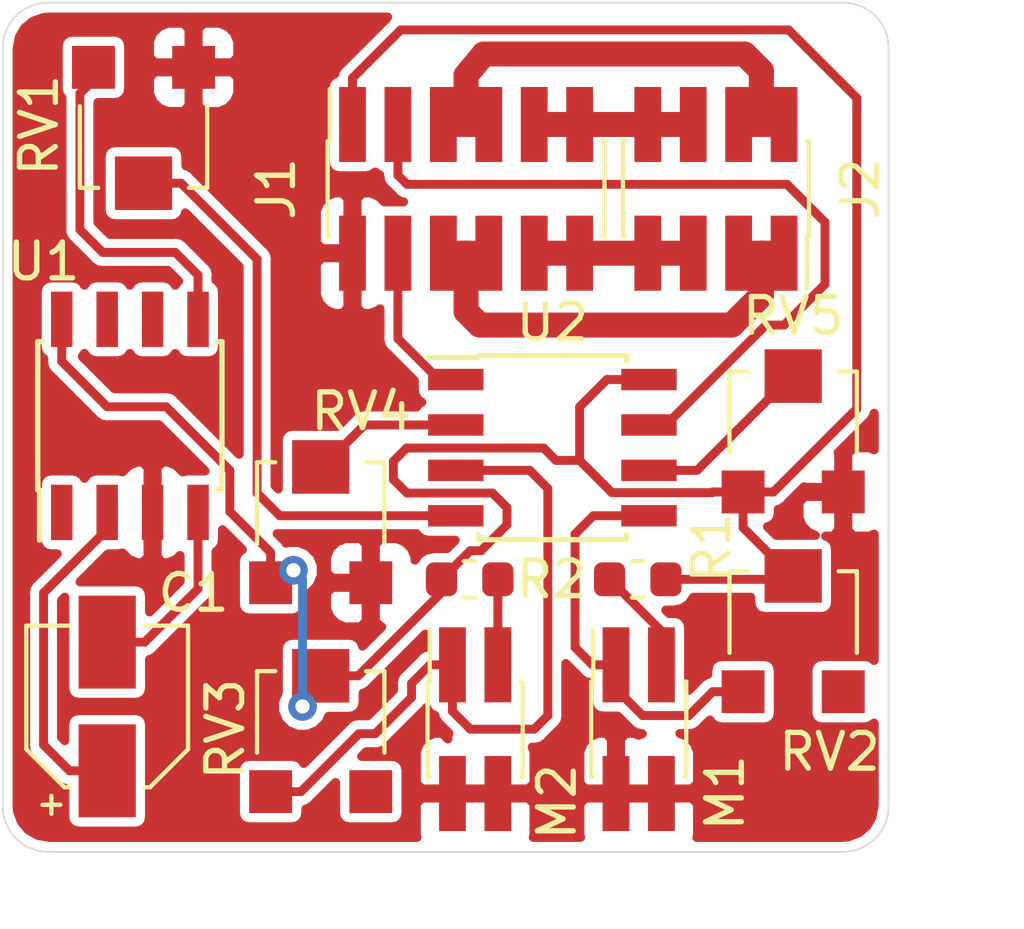
<source format=kicad_pcb>
(kicad_pcb (version 20171130) (host pcbnew "(6.0.0-rc1-dev-713-g90df7a8b2)")

  (general
    (thickness 1.6)
    (drawings 10)
    (tracks 142)
    (zones 0)
    (modules 14)
    (nets 24)
  )

  (page A4)
  (layers
    (0 F.Cu signal)
    (31 B.Cu signal)
    (32 B.Adhes user hide)
    (33 F.Adhes user hide)
    (34 B.Paste user)
    (35 F.Paste user hide)
    (36 B.SilkS user)
    (37 F.SilkS user)
    (38 B.Mask user)
    (39 F.Mask user)
    (40 Dwgs.User user)
    (41 Cmts.User user)
    (42 Eco1.User user)
    (43 Eco2.User user)
    (44 Edge.Cuts user)
    (45 Margin user)
    (46 B.CrtYd user)
    (47 F.CrtYd user)
    (48 B.Fab user)
    (49 F.Fab user)
  )

  (setup
    (last_trace_width 0.25)
    (trace_clearance 0.2)
    (zone_clearance 0.25)
    (zone_45_only no)
    (trace_min 0.2)
    (via_size 0.8)
    (via_drill 0.4)
    (via_min_size 0.4)
    (via_min_drill 0.3)
    (uvia_size 0.3)
    (uvia_drill 0.1)
    (uvias_allowed no)
    (uvia_min_size 0.2)
    (uvia_min_drill 0.1)
    (edge_width 0.05)
    (segment_width 0.2)
    (pcb_text_width 0.3)
    (pcb_text_size 1.5 1.5)
    (mod_edge_width 0.12)
    (mod_text_size 1 1)
    (mod_text_width 0.15)
    (pad_size 1.524 1.524)
    (pad_drill 0.762)
    (pad_to_mask_clearance 0.051)
    (solder_mask_min_width 0.25)
    (aux_axis_origin 0 0)
    (visible_elements FFFDFF7F)
    (pcbplotparams
      (layerselection 0x01000_7fffffff)
      (usegerberextensions false)
      (usegerberattributes false)
      (usegerberadvancedattributes false)
      (creategerberjobfile false)
      (excludeedgelayer true)
      (linewidth 0.100000)
      (plotframeref false)
      (viasonmask false)
      (mode 1)
      (useauxorigin false)
      (hpglpennumber 1)
      (hpglpenspeed 20)
      (hpglpendiameter 15.000000)
      (psnegative false)
      (psa4output false)
      (plotreference true)
      (plotvalue true)
      (plotinvisibletext false)
      (padsonsilk false)
      (subtractmaskfromsilk false)
      (outputformat 1)
      (mirror false)
      (drillshape 0)
      (scaleselection 1)
      (outputdirectory "gerbers/"))
  )

  (net 0 "")
  (net 1 "Net-(C1-Pad1)")
  (net 2 "Net-(C1-Pad2)")
  (net 3 +3V3)
  (net 4 /motorIRPM)
  (net 5 /mot_1A)
  (net 6 /mot_2A)
  (net 7 /mot_2B)
  (net 8 /mot_1B)
  (net 9 /motorDRPM)
  (net 10 GND)
  (net 11 "Net-(M1-Pad1)")
  (net 12 "Net-(M1-Pad3)")
  (net 13 "Net-(M2-Pad3)")
  (net 14 "Net-(M2-Pad1)")
  (net 15 /v-)
  (net 16 -3V3)
  (net 17 "Net-(RV2-Pad3)")
  (net 18 "Net-(RV3-Pad3)")
  (net 19 "Net-(RV4-Pad2)")
  (net 20 "Net-(RV5-Pad2)")
  (net 21 "Net-(U1-Pad1)")
  (net 22 "Net-(U1-Pad6)")
  (net 23 "Net-(U1-Pad7)")

  (net_class Default "This is the default net class."
    (clearance 0.2)
    (trace_width 0.25)
    (via_dia 0.8)
    (via_drill 0.4)
    (uvia_dia 0.3)
    (uvia_drill 0.1)
    (add_net +3V3)
    (add_net -3V3)
    (add_net /mot_1A)
    (add_net /mot_1B)
    (add_net /mot_2A)
    (add_net /mot_2B)
    (add_net /motorDRPM)
    (add_net /motorIRPM)
    (add_net /v-)
    (add_net GND)
    (add_net "Net-(C1-Pad1)")
    (add_net "Net-(C1-Pad2)")
    (add_net "Net-(M1-Pad1)")
    (add_net "Net-(M1-Pad3)")
    (add_net "Net-(M2-Pad1)")
    (add_net "Net-(M2-Pad3)")
    (add_net "Net-(RV2-Pad3)")
    (add_net "Net-(RV3-Pad3)")
    (add_net "Net-(RV4-Pad2)")
    (add_net "Net-(RV5-Pad2)")
    (add_net "Net-(U1-Pad1)")
    (add_net "Net-(U1-Pad6)")
    (add_net "Net-(U1-Pad7)")
  )

  (module Package_SO:SOIC-8_3.9x4.9mm_P1.27mm (layer F.Cu) (tedit 5A02F2D3) (tstamp 5BD7EEFF)
    (at 143.891 60.452 90)
    (descr "8-Lead Plastic Small Outline (SN) - Narrow, 3.90 mm Body [SOIC] (see Microchip Packaging Specification 00000049BS.pdf)")
    (tags "SOIC 1.27")
    (path /5BC55B24)
    (attr smd)
    (fp_text reference U1 (at 4.318 -2.413 180) (layer F.SilkS)
      (effects (font (size 1 1) (thickness 0.15)))
    )
    (fp_text value ICL7660 (at 0 3.5 90) (layer F.Fab)
      (effects (font (size 1 1) (thickness 0.15)))
    )
    (fp_line (start -2.075 -2.525) (end -3.475 -2.525) (layer F.SilkS) (width 0.15))
    (fp_line (start -2.075 2.575) (end 2.075 2.575) (layer F.SilkS) (width 0.15))
    (fp_line (start -2.075 -2.575) (end 2.075 -2.575) (layer F.SilkS) (width 0.15))
    (fp_line (start -2.075 2.575) (end -2.075 2.43) (layer F.SilkS) (width 0.15))
    (fp_line (start 2.075 2.575) (end 2.075 2.43) (layer F.SilkS) (width 0.15))
    (fp_line (start 2.075 -2.575) (end 2.075 -2.43) (layer F.SilkS) (width 0.15))
    (fp_line (start -2.075 -2.575) (end -2.075 -2.525) (layer F.SilkS) (width 0.15))
    (fp_line (start -3.73 2.7) (end 3.73 2.7) (layer F.CrtYd) (width 0.05))
    (fp_line (start -3.73 -2.7) (end 3.73 -2.7) (layer F.CrtYd) (width 0.05))
    (fp_line (start 3.73 -2.7) (end 3.73 2.7) (layer F.CrtYd) (width 0.05))
    (fp_line (start -3.73 -2.7) (end -3.73 2.7) (layer F.CrtYd) (width 0.05))
    (fp_line (start -1.95 -1.45) (end -0.95 -2.45) (layer F.Fab) (width 0.1))
    (fp_line (start -1.95 2.45) (end -1.95 -1.45) (layer F.Fab) (width 0.1))
    (fp_line (start 1.95 2.45) (end -1.95 2.45) (layer F.Fab) (width 0.1))
    (fp_line (start 1.95 -2.45) (end 1.95 2.45) (layer F.Fab) (width 0.1))
    (fp_line (start -0.95 -2.45) (end 1.95 -2.45) (layer F.Fab) (width 0.1))
    (fp_text user %R (at 0 0 90) (layer F.Fab)
      (effects (font (size 1 1) (thickness 0.15)))
    )
    (pad 8 smd rect (at 2.7 -1.905 90) (size 1.55 0.6) (layers F.Cu F.Paste F.Mask)
      (net 3 +3V3))
    (pad 7 smd rect (at 2.7 -0.635 90) (size 1.55 0.6) (layers F.Cu F.Paste F.Mask)
      (net 23 "Net-(U1-Pad7)"))
    (pad 6 smd rect (at 2.7 0.635 90) (size 1.55 0.6) (layers F.Cu F.Paste F.Mask)
      (net 22 "Net-(U1-Pad6)"))
    (pad 5 smd rect (at 2.7 1.905 90) (size 1.55 0.6) (layers F.Cu F.Paste F.Mask)
      (net 16 -3V3))
    (pad 4 smd rect (at -2.7 1.905 90) (size 1.55 0.6) (layers F.Cu F.Paste F.Mask)
      (net 2 "Net-(C1-Pad2)"))
    (pad 3 smd rect (at -2.7 0.635 90) (size 1.55 0.6) (layers F.Cu F.Paste F.Mask)
      (net 10 GND))
    (pad 2 smd rect (at -2.7 -0.635 90) (size 1.55 0.6) (layers F.Cu F.Paste F.Mask)
      (net 1 "Net-(C1-Pad1)"))
    (pad 1 smd rect (at -2.7 -1.905 90) (size 1.55 0.6) (layers F.Cu F.Paste F.Mask)
      (net 21 "Net-(U1-Pad1)"))
    (model ${KISYS3DMOD}/Package_SO.3dshapes/SOIC-8_3.9x4.9mm_P1.27mm.wrl
      (at (xyz 0 0 0))
      (scale (xyz 1 1 1))
      (rotate (xyz 0 0 0))
    )
  )

  (module Connector_PinSocket_1.27mm:PinSocket_2x04_P1.27mm_Vertical_SMD (layer F.Cu) (tedit 5A19A41C) (tstamp 5BD73FAF)
    (at 160.274 54.102 270)
    (descr "surface-mounted straight socket strip, 2x04, 1.27mm pitch, double cols (from Kicad 4.0.7!), script generated")
    (tags "Surface mounted socket strip SMD 2x04 1.27mm double row")
    (path /5BC73933)
    (attr smd)
    (fp_text reference J2 (at 0 -4.04 270) (layer F.SilkS)
      (effects (font (size 1 1) (thickness 0.15)))
    )
    (fp_text value motores (at 0 4.04 270) (layer F.Fab)
      (effects (font (size 1 1) (thickness 0.15)))
    )
    (fp_text user %R (at 0 0) (layer F.Fab)
      (effects (font (size 1 1) (thickness 0.15)))
    )
    (fp_line (start -3.35 3.05) (end -3.35 -3.05) (layer F.CrtYd) (width 0.05))
    (fp_line (start 3.35 3.05) (end -3.35 3.05) (layer F.CrtYd) (width 0.05))
    (fp_line (start 3.35 -3.05) (end 3.35 3.05) (layer F.CrtYd) (width 0.05))
    (fp_line (start -3.35 -3.05) (end 3.35 -3.05) (layer F.CrtYd) (width 0.05))
    (fp_line (start 2.555 2.105) (end 1.27 2.105) (layer F.Fab) (width 0.1))
    (fp_line (start 2.555 1.705) (end 2.555 2.105) (layer F.Fab) (width 0.1))
    (fp_line (start 1.27 1.705) (end 2.555 1.705) (layer F.Fab) (width 0.1))
    (fp_line (start -2.555 2.105) (end -2.555 1.705) (layer F.Fab) (width 0.1))
    (fp_line (start -1.27 2.105) (end -2.555 2.105) (layer F.Fab) (width 0.1))
    (fp_line (start -2.555 1.705) (end -1.27 1.705) (layer F.Fab) (width 0.1))
    (fp_line (start 2.555 0.835) (end 1.27 0.835) (layer F.Fab) (width 0.1))
    (fp_line (start 2.555 0.435) (end 2.555 0.835) (layer F.Fab) (width 0.1))
    (fp_line (start 1.27 0.435) (end 2.555 0.435) (layer F.Fab) (width 0.1))
    (fp_line (start -2.555 0.835) (end -2.555 0.435) (layer F.Fab) (width 0.1))
    (fp_line (start -1.27 0.835) (end -2.555 0.835) (layer F.Fab) (width 0.1))
    (fp_line (start -2.555 0.435) (end -1.27 0.435) (layer F.Fab) (width 0.1))
    (fp_line (start 2.555 -0.435) (end 1.27 -0.435) (layer F.Fab) (width 0.1))
    (fp_line (start 2.555 -0.835) (end 2.555 -0.435) (layer F.Fab) (width 0.1))
    (fp_line (start 1.27 -0.835) (end 2.555 -0.835) (layer F.Fab) (width 0.1))
    (fp_line (start -2.555 -0.435) (end -2.555 -0.835) (layer F.Fab) (width 0.1))
    (fp_line (start -1.27 -0.435) (end -2.555 -0.435) (layer F.Fab) (width 0.1))
    (fp_line (start -2.555 -0.835) (end -1.27 -0.835) (layer F.Fab) (width 0.1))
    (fp_line (start 2.555 -1.705) (end 1.27 -1.705) (layer F.Fab) (width 0.1))
    (fp_line (start 2.555 -2.105) (end 2.555 -1.705) (layer F.Fab) (width 0.1))
    (fp_line (start 1.27 -2.105) (end 2.555 -2.105) (layer F.Fab) (width 0.1))
    (fp_line (start -2.555 -1.705) (end -2.555 -2.105) (layer F.Fab) (width 0.1))
    (fp_line (start -1.27 -1.705) (end -2.555 -1.705) (layer F.Fab) (width 0.1))
    (fp_line (start -2.555 -2.105) (end -1.27 -2.105) (layer F.Fab) (width 0.1))
    (fp_line (start -1.27 2.54) (end -1.27 -2.54) (layer F.Fab) (width 0.1))
    (fp_line (start 1.27 2.54) (end -1.27 2.54) (layer F.Fab) (width 0.1))
    (fp_line (start 1.27 -1.905) (end 1.27 2.54) (layer F.Fab) (width 0.1))
    (fp_line (start 0.635 -2.54) (end 1.27 -1.905) (layer F.Fab) (width 0.1))
    (fp_line (start -1.27 -2.54) (end 0.635 -2.54) (layer F.Fab) (width 0.1))
    (fp_line (start 1.33 -2.54) (end 2.79 -2.54) (layer F.SilkS) (width 0.12))
    (fp_line (start -1.33 2.54) (end -1.33 2.6) (layer F.SilkS) (width 0.12))
    (fp_line (start -1.33 -2.6) (end -1.33 -2.54) (layer F.SilkS) (width 0.12))
    (fp_line (start -1.33 2.6) (end 1.33 2.6) (layer F.SilkS) (width 0.12))
    (fp_line (start 1.33 2.54) (end 1.33 2.6) (layer F.SilkS) (width 0.12))
    (fp_line (start 1.33 -2.6) (end 1.33 -2.54) (layer F.SilkS) (width 0.12))
    (fp_line (start -1.33 -2.6) (end 1.33 -2.6) (layer F.SilkS) (width 0.12))
    (pad 8 smd rect (at -1.8 1.905 270) (size 2.1 0.75) (layers F.Cu F.Paste F.Mask)
      (net 6 /mot_2A))
    (pad 7 smd rect (at 1.8 1.905 270) (size 2.1 0.75) (layers F.Cu F.Paste F.Mask)
      (net 7 /mot_2B))
    (pad 6 smd rect (at -1.8 0.635 270) (size 2.1 0.75) (layers F.Cu F.Paste F.Mask)
      (net 6 /mot_2A))
    (pad 5 smd rect (at 1.8 0.635 270) (size 2.1 0.75) (layers F.Cu F.Paste F.Mask)
      (net 7 /mot_2B))
    (pad 4 smd rect (at -1.8 -0.635 270) (size 2.1 0.75) (layers F.Cu F.Paste F.Mask)
      (net 5 /mot_1A))
    (pad 3 smd rect (at 1.8 -0.635 270) (size 2.1 0.75) (layers F.Cu F.Paste F.Mask)
      (net 8 /mot_1B))
    (pad 2 smd rect (at -1.8 -1.905 270) (size 2.1 0.75) (layers F.Cu F.Paste F.Mask)
      (net 5 /mot_1A))
    (pad 1 smd rect (at 1.8 -1.905 270) (size 2.1 0.75) (layers F.Cu F.Paste F.Mask)
      (net 8 /mot_1B))
    (model ${KISYS3DMOD}/Connector_PinSocket_1.27mm.3dshapes/PinSocket_2x04_P1.27mm_Vertical_SMD.wrl
      (at (xyz 0 0 0))
      (scale (xyz 1 1 1))
      (rotate (xyz 0 0 0))
    )
  )

  (module Connector_PinSocket_1.27mm:PinSocket_2x02_P1.27mm_Vertical_SMD (layer F.Cu) (tedit 5A19A42A) (tstamp 5BC80A1E)
    (at 153.543 69.215 90)
    (descr "surface-mounted straight socket strip, 2x02, 1.27mm pitch, double cols (from Kicad 4.0.7!), script generated")
    (tags "Surface mounted socket strip SMD 2x02 1.27mm double row")
    (path /5BC5CCD6)
    (attr smd)
    (fp_text reference M2 (at -2.032 2.286 270) (layer F.SilkS)
      (effects (font (size 1 1) (thickness 0.15)))
    )
    (fp_text value QRD1114 (at 0 2.77 90) (layer F.Fab)
      (effects (font (size 1 1) (thickness 0.15)))
    )
    (fp_text user %R (at 0 0 180) (layer F.Fab)
      (effects (font (size 1 1) (thickness 0.15)))
    )
    (fp_line (start -3.35 1.75) (end -3.35 -1.8) (layer F.CrtYd) (width 0.05))
    (fp_line (start 3.35 1.75) (end -3.35 1.75) (layer F.CrtYd) (width 0.05))
    (fp_line (start 3.35 -1.8) (end 3.35 1.75) (layer F.CrtYd) (width 0.05))
    (fp_line (start -3.35 -1.8) (end 3.35 -1.8) (layer F.CrtYd) (width 0.05))
    (fp_line (start 2.555 0.835) (end 1.27 0.835) (layer F.Fab) (width 0.1))
    (fp_line (start 2.555 0.435) (end 2.555 0.835) (layer F.Fab) (width 0.1))
    (fp_line (start 1.27 0.435) (end 2.555 0.435) (layer F.Fab) (width 0.1))
    (fp_line (start -2.555 0.835) (end -2.555 0.435) (layer F.Fab) (width 0.1))
    (fp_line (start -1.27 0.835) (end -2.555 0.835) (layer F.Fab) (width 0.1))
    (fp_line (start -2.555 0.435) (end -1.27 0.435) (layer F.Fab) (width 0.1))
    (fp_line (start 2.555 -0.435) (end 1.27 -0.435) (layer F.Fab) (width 0.1))
    (fp_line (start 2.555 -0.835) (end 2.555 -0.435) (layer F.Fab) (width 0.1))
    (fp_line (start 1.27 -0.835) (end 2.555 -0.835) (layer F.Fab) (width 0.1))
    (fp_line (start -2.555 -0.435) (end -2.555 -0.835) (layer F.Fab) (width 0.1))
    (fp_line (start -1.27 -0.435) (end -2.555 -0.435) (layer F.Fab) (width 0.1))
    (fp_line (start -2.555 -0.835) (end -1.27 -0.835) (layer F.Fab) (width 0.1))
    (fp_line (start -1.27 1.27) (end -1.27 -1.27) (layer F.Fab) (width 0.1))
    (fp_line (start 1.27 1.27) (end -1.27 1.27) (layer F.Fab) (width 0.1))
    (fp_line (start 1.27 -0.635) (end 1.27 1.27) (layer F.Fab) (width 0.1))
    (fp_line (start 0.635 -1.27) (end 1.27 -0.635) (layer F.Fab) (width 0.1))
    (fp_line (start -1.27 -1.27) (end 0.635 -1.27) (layer F.Fab) (width 0.1))
    (fp_line (start 1.33 -1.27) (end 2.79 -1.27) (layer F.SilkS) (width 0.12))
    (fp_line (start -1.33 1.27) (end -1.33 1.33) (layer F.SilkS) (width 0.12))
    (fp_line (start -1.33 -1.33) (end -1.33 -1.27) (layer F.SilkS) (width 0.12))
    (fp_line (start -1.33 1.33) (end 1.33 1.33) (layer F.SilkS) (width 0.12))
    (fp_line (start 1.33 1.27) (end 1.33 1.33) (layer F.SilkS) (width 0.12))
    (fp_line (start 1.33 -1.33) (end 1.33 -1.27) (layer F.SilkS) (width 0.12))
    (fp_line (start -1.33 -1.33) (end 1.33 -1.33) (layer F.SilkS) (width 0.12))
    (pad 4 smd rect (at -1.8 0.635 90) (size 2.1 0.75) (layers F.Cu F.Paste F.Mask)
      (net 10 GND))
    (pad 3 smd rect (at 1.8 0.635 90) (size 2.1 0.75) (layers F.Cu F.Paste F.Mask)
      (net 13 "Net-(M2-Pad3)"))
    (pad 2 smd rect (at -1.8 -0.635 90) (size 2.1 0.75) (layers F.Cu F.Paste F.Mask)
      (net 10 GND))
    (pad 1 smd rect (at 1.8 -0.635 90) (size 2.1 0.75) (layers F.Cu F.Paste F.Mask)
      (net 14 "Net-(M2-Pad1)"))
    (model ${KISYS3DMOD}/Connector_PinSocket_1.27mm.3dshapes/PinSocket_2x02_P1.27mm_Vertical_SMD.wrl
      (at (xyz 0 0 0))
      (scale (xyz 1 1 1))
      (rotate (xyz 0 0 0))
    )
  )

  (module Connector_PinSocket_1.27mm:PinSocket_2x02_P1.27mm_Vertical_SMD (layer F.Cu) (tedit 5A19A42A) (tstamp 5BC80B38)
    (at 158.115 69.215 90)
    (descr "surface-mounted straight socket strip, 2x02, 1.27mm pitch, double cols (from Kicad 4.0.7!), script generated")
    (tags "Surface mounted socket strip SMD 2x02 1.27mm double row")
    (path /5BC59725)
    (attr smd)
    (fp_text reference M1 (at -1.778 2.413 270) (layer F.SilkS)
      (effects (font (size 1 1) (thickness 0.15)))
    )
    (fp_text value QRD1114 (at 0 2.77 90) (layer F.Fab)
      (effects (font (size 1 1) (thickness 0.15)))
    )
    (fp_text user %R (at 0 0 180) (layer F.Fab)
      (effects (font (size 1 1) (thickness 0.15)))
    )
    (fp_line (start -3.35 1.75) (end -3.35 -1.8) (layer F.CrtYd) (width 0.05))
    (fp_line (start 3.35 1.75) (end -3.35 1.75) (layer F.CrtYd) (width 0.05))
    (fp_line (start 3.35 -1.8) (end 3.35 1.75) (layer F.CrtYd) (width 0.05))
    (fp_line (start -3.35 -1.8) (end 3.35 -1.8) (layer F.CrtYd) (width 0.05))
    (fp_line (start 2.555 0.835) (end 1.27 0.835) (layer F.Fab) (width 0.1))
    (fp_line (start 2.555 0.435) (end 2.555 0.835) (layer F.Fab) (width 0.1))
    (fp_line (start 1.27 0.435) (end 2.555 0.435) (layer F.Fab) (width 0.1))
    (fp_line (start -2.555 0.835) (end -2.555 0.435) (layer F.Fab) (width 0.1))
    (fp_line (start -1.27 0.835) (end -2.555 0.835) (layer F.Fab) (width 0.1))
    (fp_line (start -2.555 0.435) (end -1.27 0.435) (layer F.Fab) (width 0.1))
    (fp_line (start 2.555 -0.435) (end 1.27 -0.435) (layer F.Fab) (width 0.1))
    (fp_line (start 2.555 -0.835) (end 2.555 -0.435) (layer F.Fab) (width 0.1))
    (fp_line (start 1.27 -0.835) (end 2.555 -0.835) (layer F.Fab) (width 0.1))
    (fp_line (start -2.555 -0.435) (end -2.555 -0.835) (layer F.Fab) (width 0.1))
    (fp_line (start -1.27 -0.435) (end -2.555 -0.435) (layer F.Fab) (width 0.1))
    (fp_line (start -2.555 -0.835) (end -1.27 -0.835) (layer F.Fab) (width 0.1))
    (fp_line (start -1.27 1.27) (end -1.27 -1.27) (layer F.Fab) (width 0.1))
    (fp_line (start 1.27 1.27) (end -1.27 1.27) (layer F.Fab) (width 0.1))
    (fp_line (start 1.27 -0.635) (end 1.27 1.27) (layer F.Fab) (width 0.1))
    (fp_line (start 0.635 -1.27) (end 1.27 -0.635) (layer F.Fab) (width 0.1))
    (fp_line (start -1.27 -1.27) (end 0.635 -1.27) (layer F.Fab) (width 0.1))
    (fp_line (start 1.33 -1.27) (end 2.79 -1.27) (layer F.SilkS) (width 0.12))
    (fp_line (start -1.33 1.27) (end -1.33 1.33) (layer F.SilkS) (width 0.12))
    (fp_line (start -1.33 -1.33) (end -1.33 -1.27) (layer F.SilkS) (width 0.12))
    (fp_line (start -1.33 1.33) (end 1.33 1.33) (layer F.SilkS) (width 0.12))
    (fp_line (start 1.33 1.27) (end 1.33 1.33) (layer F.SilkS) (width 0.12))
    (fp_line (start 1.33 -1.33) (end 1.33 -1.27) (layer F.SilkS) (width 0.12))
    (fp_line (start -1.33 -1.33) (end 1.33 -1.33) (layer F.SilkS) (width 0.12))
    (pad 4 smd rect (at -1.8 0.635 90) (size 2.1 0.75) (layers F.Cu F.Paste F.Mask)
      (net 10 GND))
    (pad 3 smd rect (at 1.8 0.635 90) (size 2.1 0.75) (layers F.Cu F.Paste F.Mask)
      (net 12 "Net-(M1-Pad3)"))
    (pad 2 smd rect (at -1.8 -0.635 90) (size 2.1 0.75) (layers F.Cu F.Paste F.Mask)
      (net 10 GND))
    (pad 1 smd rect (at 1.8 -0.635 90) (size 2.1 0.75) (layers F.Cu F.Paste F.Mask)
      (net 11 "Net-(M1-Pad1)"))
    (model ${KISYS3DMOD}/Connector_PinSocket_1.27mm.3dshapes/PinSocket_2x02_P1.27mm_Vertical_SMD.wrl
      (at (xyz 0 0 0))
      (scale (xyz 1 1 1))
      (rotate (xyz 0 0 0))
    )
  )

  (module Connector_PinSocket_1.27mm:PinSocket_2x06_P1.27mm_Vertical_SMD (layer F.Cu) (tedit 5A19A42F) (tstamp 5BD74128)
    (at 153.289 54.102 90)
    (descr "surface-mounted straight socket strip, 2x06, 1.27mm pitch, double cols (from Kicad 4.0.7!), script generated")
    (tags "Surface mounted socket strip SMD 2x06 1.27mm double row")
    (path /5BC7358F)
    (attr smd)
    (fp_text reference J1 (at 0 -5.31 90) (layer F.SilkS)
      (effects (font (size 1 1) (thickness 0.15)))
    )
    (fp_text value motblk (at 0 5.31 90) (layer F.Fab)
      (effects (font (size 1 1) (thickness 0.15)))
    )
    (fp_text user %R (at 0 0 180) (layer F.Fab)
      (effects (font (size 1 1) (thickness 0.15)))
    )
    (fp_line (start -3.35 4.3) (end -3.35 -4.35) (layer F.CrtYd) (width 0.05))
    (fp_line (start 3.35 4.3) (end -3.35 4.3) (layer F.CrtYd) (width 0.05))
    (fp_line (start 3.35 -4.35) (end 3.35 4.3) (layer F.CrtYd) (width 0.05))
    (fp_line (start -3.35 -4.35) (end 3.35 -4.35) (layer F.CrtYd) (width 0.05))
    (fp_line (start 2.555 3.375) (end 1.27 3.375) (layer F.Fab) (width 0.1))
    (fp_line (start 2.555 2.975) (end 2.555 3.375) (layer F.Fab) (width 0.1))
    (fp_line (start 1.27 2.975) (end 2.555 2.975) (layer F.Fab) (width 0.1))
    (fp_line (start -2.555 3.375) (end -2.555 2.975) (layer F.Fab) (width 0.1))
    (fp_line (start -1.27 3.375) (end -2.555 3.375) (layer F.Fab) (width 0.1))
    (fp_line (start -2.555 2.975) (end -1.27 2.975) (layer F.Fab) (width 0.1))
    (fp_line (start 2.555 2.105) (end 1.27 2.105) (layer F.Fab) (width 0.1))
    (fp_line (start 2.555 1.705) (end 2.555 2.105) (layer F.Fab) (width 0.1))
    (fp_line (start 1.27 1.705) (end 2.555 1.705) (layer F.Fab) (width 0.1))
    (fp_line (start -2.555 2.105) (end -2.555 1.705) (layer F.Fab) (width 0.1))
    (fp_line (start -1.27 2.105) (end -2.555 2.105) (layer F.Fab) (width 0.1))
    (fp_line (start -2.555 1.705) (end -1.27 1.705) (layer F.Fab) (width 0.1))
    (fp_line (start 2.555 0.835) (end 1.27 0.835) (layer F.Fab) (width 0.1))
    (fp_line (start 2.555 0.435) (end 2.555 0.835) (layer F.Fab) (width 0.1))
    (fp_line (start 1.27 0.435) (end 2.555 0.435) (layer F.Fab) (width 0.1))
    (fp_line (start -2.555 0.835) (end -2.555 0.435) (layer F.Fab) (width 0.1))
    (fp_line (start -1.27 0.835) (end -2.555 0.835) (layer F.Fab) (width 0.1))
    (fp_line (start -2.555 0.435) (end -1.27 0.435) (layer F.Fab) (width 0.1))
    (fp_line (start 2.555 -0.435) (end 1.27 -0.435) (layer F.Fab) (width 0.1))
    (fp_line (start 2.555 -0.835) (end 2.555 -0.435) (layer F.Fab) (width 0.1))
    (fp_line (start 1.27 -0.835) (end 2.555 -0.835) (layer F.Fab) (width 0.1))
    (fp_line (start -2.555 -0.435) (end -2.555 -0.835) (layer F.Fab) (width 0.1))
    (fp_line (start -1.27 -0.435) (end -2.555 -0.435) (layer F.Fab) (width 0.1))
    (fp_line (start -2.555 -0.835) (end -1.27 -0.835) (layer F.Fab) (width 0.1))
    (fp_line (start 2.555 -1.705) (end 1.27 -1.705) (layer F.Fab) (width 0.1))
    (fp_line (start 2.555 -2.105) (end 2.555 -1.705) (layer F.Fab) (width 0.1))
    (fp_line (start 1.27 -2.105) (end 2.555 -2.105) (layer F.Fab) (width 0.1))
    (fp_line (start -2.555 -1.705) (end -2.555 -2.105) (layer F.Fab) (width 0.1))
    (fp_line (start -1.27 -1.705) (end -2.555 -1.705) (layer F.Fab) (width 0.1))
    (fp_line (start -2.555 -2.105) (end -1.27 -2.105) (layer F.Fab) (width 0.1))
    (fp_line (start 2.555 -2.975) (end 1.27 -2.975) (layer F.Fab) (width 0.1))
    (fp_line (start 2.555 -3.375) (end 2.555 -2.975) (layer F.Fab) (width 0.1))
    (fp_line (start 1.27 -3.375) (end 2.555 -3.375) (layer F.Fab) (width 0.1))
    (fp_line (start -2.555 -2.975) (end -2.555 -3.375) (layer F.Fab) (width 0.1))
    (fp_line (start -1.27 -2.975) (end -2.555 -2.975) (layer F.Fab) (width 0.1))
    (fp_line (start -2.555 -3.375) (end -1.27 -3.375) (layer F.Fab) (width 0.1))
    (fp_line (start -1.27 3.81) (end -1.27 -3.81) (layer F.Fab) (width 0.1))
    (fp_line (start 1.27 3.81) (end -1.27 3.81) (layer F.Fab) (width 0.1))
    (fp_line (start 1.27 -3.175) (end 1.27 3.81) (layer F.Fab) (width 0.1))
    (fp_line (start 0.635 -3.81) (end 1.27 -3.175) (layer F.Fab) (width 0.1))
    (fp_line (start -1.27 -3.81) (end 0.635 -3.81) (layer F.Fab) (width 0.1))
    (fp_line (start 1.33 -3.81) (end 2.79 -3.81) (layer F.SilkS) (width 0.12))
    (fp_line (start -1.33 3.81) (end -1.33 3.87) (layer F.SilkS) (width 0.12))
    (fp_line (start -1.33 -3.87) (end -1.33 -3.81) (layer F.SilkS) (width 0.12))
    (fp_line (start -1.33 3.87) (end 1.33 3.87) (layer F.SilkS) (width 0.12))
    (fp_line (start 1.33 3.81) (end 1.33 3.87) (layer F.SilkS) (width 0.12))
    (fp_line (start 1.33 -3.87) (end 1.33 -3.81) (layer F.SilkS) (width 0.12))
    (fp_line (start -1.33 -3.87) (end 1.33 -3.87) (layer F.SilkS) (width 0.12))
    (pad 12 smd rect (at -1.8 3.175 90) (size 2.1 0.75) (layers F.Cu F.Paste F.Mask)
      (net 7 /mot_2B))
    (pad 11 smd rect (at 1.8 3.175 90) (size 2.1 0.75) (layers F.Cu F.Paste F.Mask)
      (net 6 /mot_2A))
    (pad 10 smd rect (at -1.8 1.905 90) (size 2.1 0.75) (layers F.Cu F.Paste F.Mask)
      (net 7 /mot_2B))
    (pad 9 smd rect (at 1.8 1.905 90) (size 2.1 0.75) (layers F.Cu F.Paste F.Mask)
      (net 6 /mot_2A))
    (pad 8 smd rect (at -1.8 0.635 90) (size 2.1 0.75) (layers F.Cu F.Paste F.Mask)
      (net 8 /mot_1B))
    (pad 7 smd rect (at 1.8 0.635 90) (size 2.1 0.75) (layers F.Cu F.Paste F.Mask)
      (net 5 /mot_1A))
    (pad 6 smd rect (at -1.8 -0.635 90) (size 2.1 0.75) (layers F.Cu F.Paste F.Mask)
      (net 8 /mot_1B))
    (pad 5 smd rect (at 1.8 -0.635 90) (size 2.1 0.75) (layers F.Cu F.Paste F.Mask)
      (net 5 /mot_1A))
    (pad 4 smd rect (at -1.8 -1.905 90) (size 2.1 0.75) (layers F.Cu F.Paste F.Mask)
      (net 9 /motorDRPM))
    (pad 3 smd rect (at 1.8 -1.905 90) (size 2.1 0.75) (layers F.Cu F.Paste F.Mask)
      (net 4 /motorIRPM))
    (pad 2 smd rect (at -1.8 -3.175 90) (size 2.1 0.75) (layers F.Cu F.Paste F.Mask)
      (net 10 GND))
    (pad 1 smd rect (at 1.8 -3.175 90) (size 2.1 0.75) (layers F.Cu F.Paste F.Mask)
      (net 3 +3V3))
    (model ${KISYS3DMOD}/Connector_PinSocket_1.27mm.3dshapes/PinSocket_2x06_P1.27mm_Vertical_SMD.wrl
      (at (xyz 0 0 0))
      (scale (xyz 1 1 1))
      (rotate (xyz 0 0 0))
    )
  )

  (module Potentiometers:Potentiometer_Trimmer-EVM3E (layer F.Cu) (tedit 580B90AB) (tstamp 5BC807F1)
    (at 162.433 60.96)
    (descr http://www.comkey.in/sites/default/files/attachments/EVM3ESX50B15.pdf)
    (tags "trimmer smd")
    (path /5BC7B08E)
    (attr smd)
    (fp_text reference RV5 (at 0 -3.302) (layer F.SilkS)
      (effects (font (size 1 1) (thickness 0.15)))
    )
    (fp_text value vAdj (at 0 -3.79) (layer F.Fab)
      (effects (font (size 1 1) (thickness 0.15)))
    )
    (fp_circle (center 0 0.03) (end 0 -1.52) (layer F.Fab) (width 0.1))
    (fp_circle (center 0 0.03) (end 0 -1.18) (layer F.Fab) (width 0.1))
    (fp_circle (center 0 0.03) (end 0 -0.23) (layer F.Fab) (width 0.1))
    (fp_line (start -1.55 -1.52) (end 1.55 -1.52) (layer F.Fab) (width 0.1))
    (fp_line (start 1.55 -1.52) (end 1.55 1.73) (layer F.Fab) (width 0.1))
    (fp_line (start 1.55 1.73) (end -1.55 1.73) (layer F.Fab) (width 0.1))
    (fp_line (start -1.55 1.73) (end -1.55 -1.52) (layer F.Fab) (width 0.1))
    (fp_line (start -0.25 -0.97) (end 0.25 -0.97) (layer F.Fab) (width 0.1))
    (fp_line (start 0.25 -0.97) (end 0.25 -0.23) (layer F.Fab) (width 0.1))
    (fp_line (start 0.25 -0.23) (end 1 -0.23) (layer F.Fab) (width 0.1))
    (fp_line (start 1 -0.23) (end 1 0.28) (layer F.Fab) (width 0.1))
    (fp_line (start 1 0.28) (end 0.25 0.28) (layer F.Fab) (width 0.1))
    (fp_line (start 0.25 0.28) (end 0.25 1.02) (layer F.Fab) (width 0.1))
    (fp_line (start 0.25 1.02) (end -0.25 1.02) (layer F.Fab) (width 0.1))
    (fp_line (start -0.25 1.02) (end -0.25 0.28) (layer F.Fab) (width 0.1))
    (fp_line (start -0.25 0.28) (end -1 0.28) (layer F.Fab) (width 0.1))
    (fp_line (start -1 0.28) (end -1 -0.23) (layer F.Fab) (width 0.1))
    (fp_line (start -1 -0.23) (end -0.25 -0.23) (layer F.Fab) (width 0.1))
    (fp_line (start -0.25 -0.23) (end -0.25 -0.97) (layer F.Fab) (width 0.1))
    (fp_line (start -1.55 1.32) (end -0.9 1.32) (layer F.Fab) (width 0.1))
    (fp_line (start -0.9 1.32) (end -0.9 1.73) (layer F.Fab) (width 0.1))
    (fp_line (start 1.55 1.38) (end 0.9 1.38) (layer F.Fab) (width 0.1))
    (fp_line (start 0.9 1.38) (end 0.9 1.73) (layer F.Fab) (width 0.1))
    (fp_line (start -2.2 2.45) (end -2.2 -2.6) (layer F.CrtYd) (width 0.05))
    (fp_line (start -2.2 -2.6) (end 2.2 -2.6) (layer F.CrtYd) (width 0.05))
    (fp_line (start 2.2 -2.6) (end 2.2 2.45) (layer F.CrtYd) (width 0.05))
    (fp_line (start 2.2 2.45) (end -2.2 2.45) (layer F.CrtYd) (width 0.05))
    (fp_line (start -1.78 0.53) (end -1.78 -1.75) (layer F.SilkS) (width 0.12))
    (fp_line (start -1.78 -1.75) (end -1.27 -1.75) (layer F.SilkS) (width 0.12))
    (fp_line (start 1.27 -1.75) (end 1.78 -1.75) (layer F.SilkS) (width 0.12))
    (fp_line (start 1.78 -1.75) (end 1.78 0.53) (layer F.SilkS) (width 0.12))
    (pad 2 smd rect (at 0 -1.62) (size 1.6 1.5) (layers F.Cu F.Paste F.Mask)
      (net 20 "Net-(RV5-Pad2)"))
    (pad 3 smd rect (at 1.4 1.62) (size 1.2 1.2) (layers F.Cu F.Paste F.Mask)
      (net 10 GND))
    (pad 1 smd rect (at -1.4 1.62) (size 1.2 1.2) (layers F.Cu F.Paste F.Mask)
      (net 3 +3V3))
  )

  (module Potentiometers:Potentiometer_Trimmer-EVM3E (layer F.Cu) (tedit 580B90AB) (tstamp 5BD7EE60)
    (at 149.225 63.5)
    (descr http://www.comkey.in/sites/default/files/attachments/EVM3ESX50B15.pdf)
    (tags "trimmer smd")
    (path /5BC7B2CF)
    (attr smd)
    (fp_text reference RV4 (at 1.143 -3.175 180) (layer F.SilkS)
      (effects (font (size 1 1) (thickness 0.15)))
    )
    (fp_text value vAdj (at 0 -3.79) (layer F.Fab)
      (effects (font (size 1 1) (thickness 0.15)))
    )
    (fp_circle (center 0 0.03) (end 0 -1.52) (layer F.Fab) (width 0.1))
    (fp_circle (center 0 0.03) (end 0 -1.18) (layer F.Fab) (width 0.1))
    (fp_circle (center 0 0.03) (end 0 -0.23) (layer F.Fab) (width 0.1))
    (fp_line (start -1.55 -1.52) (end 1.55 -1.52) (layer F.Fab) (width 0.1))
    (fp_line (start 1.55 -1.52) (end 1.55 1.73) (layer F.Fab) (width 0.1))
    (fp_line (start 1.55 1.73) (end -1.55 1.73) (layer F.Fab) (width 0.1))
    (fp_line (start -1.55 1.73) (end -1.55 -1.52) (layer F.Fab) (width 0.1))
    (fp_line (start -0.25 -0.97) (end 0.25 -0.97) (layer F.Fab) (width 0.1))
    (fp_line (start 0.25 -0.97) (end 0.25 -0.23) (layer F.Fab) (width 0.1))
    (fp_line (start 0.25 -0.23) (end 1 -0.23) (layer F.Fab) (width 0.1))
    (fp_line (start 1 -0.23) (end 1 0.28) (layer F.Fab) (width 0.1))
    (fp_line (start 1 0.28) (end 0.25 0.28) (layer F.Fab) (width 0.1))
    (fp_line (start 0.25 0.28) (end 0.25 1.02) (layer F.Fab) (width 0.1))
    (fp_line (start 0.25 1.02) (end -0.25 1.02) (layer F.Fab) (width 0.1))
    (fp_line (start -0.25 1.02) (end -0.25 0.28) (layer F.Fab) (width 0.1))
    (fp_line (start -0.25 0.28) (end -1 0.28) (layer F.Fab) (width 0.1))
    (fp_line (start -1 0.28) (end -1 -0.23) (layer F.Fab) (width 0.1))
    (fp_line (start -1 -0.23) (end -0.25 -0.23) (layer F.Fab) (width 0.1))
    (fp_line (start -0.25 -0.23) (end -0.25 -0.97) (layer F.Fab) (width 0.1))
    (fp_line (start -1.55 1.32) (end -0.9 1.32) (layer F.Fab) (width 0.1))
    (fp_line (start -0.9 1.32) (end -0.9 1.73) (layer F.Fab) (width 0.1))
    (fp_line (start 1.55 1.38) (end 0.9 1.38) (layer F.Fab) (width 0.1))
    (fp_line (start 0.9 1.38) (end 0.9 1.73) (layer F.Fab) (width 0.1))
    (fp_line (start -2.2 2.45) (end -2.2 -2.6) (layer F.CrtYd) (width 0.05))
    (fp_line (start -2.2 -2.6) (end 2.2 -2.6) (layer F.CrtYd) (width 0.05))
    (fp_line (start 2.2 -2.6) (end 2.2 2.45) (layer F.CrtYd) (width 0.05))
    (fp_line (start 2.2 2.45) (end -2.2 2.45) (layer F.CrtYd) (width 0.05))
    (fp_line (start -1.78 0.53) (end -1.78 -1.75) (layer F.SilkS) (width 0.12))
    (fp_line (start -1.78 -1.75) (end -1.27 -1.75) (layer F.SilkS) (width 0.12))
    (fp_line (start 1.27 -1.75) (end 1.78 -1.75) (layer F.SilkS) (width 0.12))
    (fp_line (start 1.78 -1.75) (end 1.78 0.53) (layer F.SilkS) (width 0.12))
    (pad 2 smd rect (at 0 -1.62) (size 1.6 1.5) (layers F.Cu F.Paste F.Mask)
      (net 19 "Net-(RV4-Pad2)"))
    (pad 3 smd rect (at 1.4 1.62) (size 1.2 1.2) (layers F.Cu F.Paste F.Mask)
      (net 10 GND))
    (pad 1 smd rect (at -1.4 1.62) (size 1.2 1.2) (layers F.Cu F.Paste F.Mask)
      (net 3 +3V3))
  )

  (module Potentiometers:Potentiometer_Trimmer-EVM3E (layer F.Cu) (tedit 580B90AB) (tstamp 5BC80926)
    (at 149.225 69.342)
    (descr http://www.comkey.in/sites/default/files/attachments/EVM3ESX50B15.pdf)
    (tags "trimmer smd")
    (path /5BC5CCDC)
    (attr smd)
    (fp_text reference RV3 (at -2.667 -0.127 270) (layer F.SilkS)
      (effects (font (size 1 1) (thickness 0.15)))
    )
    (fp_text value vAdj (at 0 -3.79) (layer F.Fab)
      (effects (font (size 1 1) (thickness 0.15)))
    )
    (fp_circle (center 0 0.03) (end 0 -1.52) (layer F.Fab) (width 0.1))
    (fp_circle (center 0 0.03) (end 0 -1.18) (layer F.Fab) (width 0.1))
    (fp_circle (center 0 0.03) (end 0 -0.23) (layer F.Fab) (width 0.1))
    (fp_line (start -1.55 -1.52) (end 1.55 -1.52) (layer F.Fab) (width 0.1))
    (fp_line (start 1.55 -1.52) (end 1.55 1.73) (layer F.Fab) (width 0.1))
    (fp_line (start 1.55 1.73) (end -1.55 1.73) (layer F.Fab) (width 0.1))
    (fp_line (start -1.55 1.73) (end -1.55 -1.52) (layer F.Fab) (width 0.1))
    (fp_line (start -0.25 -0.97) (end 0.25 -0.97) (layer F.Fab) (width 0.1))
    (fp_line (start 0.25 -0.97) (end 0.25 -0.23) (layer F.Fab) (width 0.1))
    (fp_line (start 0.25 -0.23) (end 1 -0.23) (layer F.Fab) (width 0.1))
    (fp_line (start 1 -0.23) (end 1 0.28) (layer F.Fab) (width 0.1))
    (fp_line (start 1 0.28) (end 0.25 0.28) (layer F.Fab) (width 0.1))
    (fp_line (start 0.25 0.28) (end 0.25 1.02) (layer F.Fab) (width 0.1))
    (fp_line (start 0.25 1.02) (end -0.25 1.02) (layer F.Fab) (width 0.1))
    (fp_line (start -0.25 1.02) (end -0.25 0.28) (layer F.Fab) (width 0.1))
    (fp_line (start -0.25 0.28) (end -1 0.28) (layer F.Fab) (width 0.1))
    (fp_line (start -1 0.28) (end -1 -0.23) (layer F.Fab) (width 0.1))
    (fp_line (start -1 -0.23) (end -0.25 -0.23) (layer F.Fab) (width 0.1))
    (fp_line (start -0.25 -0.23) (end -0.25 -0.97) (layer F.Fab) (width 0.1))
    (fp_line (start -1.55 1.32) (end -0.9 1.32) (layer F.Fab) (width 0.1))
    (fp_line (start -0.9 1.32) (end -0.9 1.73) (layer F.Fab) (width 0.1))
    (fp_line (start 1.55 1.38) (end 0.9 1.38) (layer F.Fab) (width 0.1))
    (fp_line (start 0.9 1.38) (end 0.9 1.73) (layer F.Fab) (width 0.1))
    (fp_line (start -2.2 2.45) (end -2.2 -2.6) (layer F.CrtYd) (width 0.05))
    (fp_line (start -2.2 -2.6) (end 2.2 -2.6) (layer F.CrtYd) (width 0.05))
    (fp_line (start 2.2 -2.6) (end 2.2 2.45) (layer F.CrtYd) (width 0.05))
    (fp_line (start 2.2 2.45) (end -2.2 2.45) (layer F.CrtYd) (width 0.05))
    (fp_line (start -1.78 0.53) (end -1.78 -1.75) (layer F.SilkS) (width 0.12))
    (fp_line (start -1.78 -1.75) (end -1.27 -1.75) (layer F.SilkS) (width 0.12))
    (fp_line (start 1.27 -1.75) (end 1.78 -1.75) (layer F.SilkS) (width 0.12))
    (fp_line (start 1.78 -1.75) (end 1.78 0.53) (layer F.SilkS) (width 0.12))
    (pad 2 smd rect (at 0 -1.62) (size 1.6 1.5) (layers F.Cu F.Paste F.Mask)
      (net 3 +3V3))
    (pad 3 smd rect (at 1.4 1.62) (size 1.2 1.2) (layers F.Cu F.Paste F.Mask)
      (net 18 "Net-(RV3-Pad3)"))
    (pad 1 smd rect (at -1.4 1.62) (size 1.2 1.2) (layers F.Cu F.Paste F.Mask)
      (net 14 "Net-(M2-Pad1)"))
  )

  (module Potentiometers:Potentiometer_Trimmer-EVM3E (layer F.Cu) (tedit 580B90AB) (tstamp 5BC808B7)
    (at 162.433 66.548)
    (descr http://www.comkey.in/sites/default/files/attachments/EVM3ESX50B15.pdf)
    (tags "trimmer smd")
    (path /5BC597FB)
    (attr smd)
    (fp_text reference RV2 (at 1.016 3.302) (layer F.SilkS)
      (effects (font (size 1 1) (thickness 0.15)))
    )
    (fp_text value vAdj (at 0 -3.79) (layer F.Fab)
      (effects (font (size 1 1) (thickness 0.15)))
    )
    (fp_circle (center 0 0.03) (end 0 -1.52) (layer F.Fab) (width 0.1))
    (fp_circle (center 0 0.03) (end 0 -1.18) (layer F.Fab) (width 0.1))
    (fp_circle (center 0 0.03) (end 0 -0.23) (layer F.Fab) (width 0.1))
    (fp_line (start -1.55 -1.52) (end 1.55 -1.52) (layer F.Fab) (width 0.1))
    (fp_line (start 1.55 -1.52) (end 1.55 1.73) (layer F.Fab) (width 0.1))
    (fp_line (start 1.55 1.73) (end -1.55 1.73) (layer F.Fab) (width 0.1))
    (fp_line (start -1.55 1.73) (end -1.55 -1.52) (layer F.Fab) (width 0.1))
    (fp_line (start -0.25 -0.97) (end 0.25 -0.97) (layer F.Fab) (width 0.1))
    (fp_line (start 0.25 -0.97) (end 0.25 -0.23) (layer F.Fab) (width 0.1))
    (fp_line (start 0.25 -0.23) (end 1 -0.23) (layer F.Fab) (width 0.1))
    (fp_line (start 1 -0.23) (end 1 0.28) (layer F.Fab) (width 0.1))
    (fp_line (start 1 0.28) (end 0.25 0.28) (layer F.Fab) (width 0.1))
    (fp_line (start 0.25 0.28) (end 0.25 1.02) (layer F.Fab) (width 0.1))
    (fp_line (start 0.25 1.02) (end -0.25 1.02) (layer F.Fab) (width 0.1))
    (fp_line (start -0.25 1.02) (end -0.25 0.28) (layer F.Fab) (width 0.1))
    (fp_line (start -0.25 0.28) (end -1 0.28) (layer F.Fab) (width 0.1))
    (fp_line (start -1 0.28) (end -1 -0.23) (layer F.Fab) (width 0.1))
    (fp_line (start -1 -0.23) (end -0.25 -0.23) (layer F.Fab) (width 0.1))
    (fp_line (start -0.25 -0.23) (end -0.25 -0.97) (layer F.Fab) (width 0.1))
    (fp_line (start -1.55 1.32) (end -0.9 1.32) (layer F.Fab) (width 0.1))
    (fp_line (start -0.9 1.32) (end -0.9 1.73) (layer F.Fab) (width 0.1))
    (fp_line (start 1.55 1.38) (end 0.9 1.38) (layer F.Fab) (width 0.1))
    (fp_line (start 0.9 1.38) (end 0.9 1.73) (layer F.Fab) (width 0.1))
    (fp_line (start -2.2 2.45) (end -2.2 -2.6) (layer F.CrtYd) (width 0.05))
    (fp_line (start -2.2 -2.6) (end 2.2 -2.6) (layer F.CrtYd) (width 0.05))
    (fp_line (start 2.2 -2.6) (end 2.2 2.45) (layer F.CrtYd) (width 0.05))
    (fp_line (start 2.2 2.45) (end -2.2 2.45) (layer F.CrtYd) (width 0.05))
    (fp_line (start -1.78 0.53) (end -1.78 -1.75) (layer F.SilkS) (width 0.12))
    (fp_line (start -1.78 -1.75) (end -1.27 -1.75) (layer F.SilkS) (width 0.12))
    (fp_line (start 1.27 -1.75) (end 1.78 -1.75) (layer F.SilkS) (width 0.12))
    (fp_line (start 1.78 -1.75) (end 1.78 0.53) (layer F.SilkS) (width 0.12))
    (pad 2 smd rect (at 0 -1.62) (size 1.6 1.5) (layers F.Cu F.Paste F.Mask)
      (net 3 +3V3))
    (pad 3 smd rect (at 1.4 1.62) (size 1.2 1.2) (layers F.Cu F.Paste F.Mask)
      (net 17 "Net-(RV2-Pad3)"))
    (pad 1 smd rect (at -1.4 1.62) (size 1.2 1.2) (layers F.Cu F.Paste F.Mask)
      (net 11 "Net-(M1-Pad1)"))
  )

  (module Potentiometers:Potentiometer_Trimmer-EVM3E (layer F.Cu) (tedit 580B90AB) (tstamp 5BC80ABE)
    (at 144.272 52.324 180)
    (descr http://www.comkey.in/sites/default/files/attachments/EVM3ESX50B15.pdf)
    (tags "trimmer smd")
    (path /5BC586C1)
    (attr smd)
    (fp_text reference RV1 (at 2.921 0 270) (layer F.SilkS)
      (effects (font (size 1 1) (thickness 0.15)))
    )
    (fp_text value vAdj (at 0 -3.79 180) (layer F.Fab)
      (effects (font (size 1 1) (thickness 0.15)))
    )
    (fp_circle (center 0 0.03) (end 0 -1.52) (layer F.Fab) (width 0.1))
    (fp_circle (center 0 0.03) (end 0 -1.18) (layer F.Fab) (width 0.1))
    (fp_circle (center 0 0.03) (end 0 -0.23) (layer F.Fab) (width 0.1))
    (fp_line (start -1.55 -1.52) (end 1.55 -1.52) (layer F.Fab) (width 0.1))
    (fp_line (start 1.55 -1.52) (end 1.55 1.73) (layer F.Fab) (width 0.1))
    (fp_line (start 1.55 1.73) (end -1.55 1.73) (layer F.Fab) (width 0.1))
    (fp_line (start -1.55 1.73) (end -1.55 -1.52) (layer F.Fab) (width 0.1))
    (fp_line (start -0.25 -0.97) (end 0.25 -0.97) (layer F.Fab) (width 0.1))
    (fp_line (start 0.25 -0.97) (end 0.25 -0.23) (layer F.Fab) (width 0.1))
    (fp_line (start 0.25 -0.23) (end 1 -0.23) (layer F.Fab) (width 0.1))
    (fp_line (start 1 -0.23) (end 1 0.28) (layer F.Fab) (width 0.1))
    (fp_line (start 1 0.28) (end 0.25 0.28) (layer F.Fab) (width 0.1))
    (fp_line (start 0.25 0.28) (end 0.25 1.02) (layer F.Fab) (width 0.1))
    (fp_line (start 0.25 1.02) (end -0.25 1.02) (layer F.Fab) (width 0.1))
    (fp_line (start -0.25 1.02) (end -0.25 0.28) (layer F.Fab) (width 0.1))
    (fp_line (start -0.25 0.28) (end -1 0.28) (layer F.Fab) (width 0.1))
    (fp_line (start -1 0.28) (end -1 -0.23) (layer F.Fab) (width 0.1))
    (fp_line (start -1 -0.23) (end -0.25 -0.23) (layer F.Fab) (width 0.1))
    (fp_line (start -0.25 -0.23) (end -0.25 -0.97) (layer F.Fab) (width 0.1))
    (fp_line (start -1.55 1.32) (end -0.9 1.32) (layer F.Fab) (width 0.1))
    (fp_line (start -0.9 1.32) (end -0.9 1.73) (layer F.Fab) (width 0.1))
    (fp_line (start 1.55 1.38) (end 0.9 1.38) (layer F.Fab) (width 0.1))
    (fp_line (start 0.9 1.38) (end 0.9 1.73) (layer F.Fab) (width 0.1))
    (fp_line (start -2.2 2.45) (end -2.2 -2.6) (layer F.CrtYd) (width 0.05))
    (fp_line (start -2.2 -2.6) (end 2.2 -2.6) (layer F.CrtYd) (width 0.05))
    (fp_line (start 2.2 -2.6) (end 2.2 2.45) (layer F.CrtYd) (width 0.05))
    (fp_line (start 2.2 2.45) (end -2.2 2.45) (layer F.CrtYd) (width 0.05))
    (fp_line (start -1.78 0.53) (end -1.78 -1.75) (layer F.SilkS) (width 0.12))
    (fp_line (start -1.78 -1.75) (end -1.27 -1.75) (layer F.SilkS) (width 0.12))
    (fp_line (start 1.27 -1.75) (end 1.78 -1.75) (layer F.SilkS) (width 0.12))
    (fp_line (start 1.78 -1.75) (end 1.78 0.53) (layer F.SilkS) (width 0.12))
    (pad 2 smd rect (at 0 -1.62 180) (size 1.6 1.5) (layers F.Cu F.Paste F.Mask)
      (net 15 /v-))
    (pad 3 smd rect (at 1.4 1.62 180) (size 1.2 1.2) (layers F.Cu F.Paste F.Mask)
      (net 16 -3V3))
    (pad 1 smd rect (at -1.4 1.62 180) (size 1.2 1.2) (layers F.Cu F.Paste F.Mask)
      (net 10 GND))
  )

  (module Capacitor_SMD:CP_Elec_4x5.4 (layer F.Cu) (tedit 5A841F9D) (tstamp 5BD7F164)
    (at 143.256 68.58 90)
    (descr "SMT capacitor, aluminium electrolytic, 4x5.4, Panasonic A5, Nichicon ")
    (tags "Capacitor Electrolytic")
    (path /5BC56AC9)
    (attr smd)
    (fp_text reference C1 (at 3.175 2.413) (layer F.SilkS)
      (effects (font (size 1 1) (thickness 0.15)))
    )
    (fp_text value 10uf (at 0 3.2 90) (layer F.Fab)
      (effects (font (size 1 1) (thickness 0.15)))
    )
    (fp_circle (center 0 0) (end 2 0) (layer F.Fab) (width 0.1))
    (fp_line (start 2.15 -2.15) (end 2.15 2.15) (layer F.Fab) (width 0.1))
    (fp_line (start -1.15 -2.15) (end 2.15 -2.15) (layer F.Fab) (width 0.1))
    (fp_line (start -1.15 2.15) (end 2.15 2.15) (layer F.Fab) (width 0.1))
    (fp_line (start -2.15 -1.15) (end -2.15 1.15) (layer F.Fab) (width 0.1))
    (fp_line (start -2.15 -1.15) (end -1.15 -2.15) (layer F.Fab) (width 0.1))
    (fp_line (start -2.15 1.15) (end -1.15 2.15) (layer F.Fab) (width 0.1))
    (fp_line (start -1.574773 -1) (end -1.174773 -1) (layer F.Fab) (width 0.1))
    (fp_line (start -1.374773 -1.2) (end -1.374773 -0.8) (layer F.Fab) (width 0.1))
    (fp_line (start 2.26 2.26) (end 2.26 1.06) (layer F.SilkS) (width 0.12))
    (fp_line (start 2.26 -2.26) (end 2.26 -1.06) (layer F.SilkS) (width 0.12))
    (fp_line (start -1.195563 -2.26) (end 2.26 -2.26) (layer F.SilkS) (width 0.12))
    (fp_line (start -1.195563 2.26) (end 2.26 2.26) (layer F.SilkS) (width 0.12))
    (fp_line (start -2.26 1.195563) (end -2.26 1.06) (layer F.SilkS) (width 0.12))
    (fp_line (start -2.26 -1.195563) (end -2.26 -1.06) (layer F.SilkS) (width 0.12))
    (fp_line (start -2.26 -1.195563) (end -1.195563 -2.26) (layer F.SilkS) (width 0.12))
    (fp_line (start -2.26 1.195563) (end -1.195563 2.26) (layer F.SilkS) (width 0.12))
    (fp_line (start -3 -1.56) (end -2.5 -1.56) (layer F.SilkS) (width 0.12))
    (fp_line (start -2.75 -1.81) (end -2.75 -1.31) (layer F.SilkS) (width 0.12))
    (fp_line (start 2.4 -2.4) (end 2.4 -1.05) (layer F.CrtYd) (width 0.05))
    (fp_line (start 2.4 -1.05) (end 3.35 -1.05) (layer F.CrtYd) (width 0.05))
    (fp_line (start 3.35 -1.05) (end 3.35 1.05) (layer F.CrtYd) (width 0.05))
    (fp_line (start 3.35 1.05) (end 2.4 1.05) (layer F.CrtYd) (width 0.05))
    (fp_line (start 2.4 1.05) (end 2.4 2.4) (layer F.CrtYd) (width 0.05))
    (fp_line (start -1.25 2.4) (end 2.4 2.4) (layer F.CrtYd) (width 0.05))
    (fp_line (start -1.25 -2.4) (end 2.4 -2.4) (layer F.CrtYd) (width 0.05))
    (fp_line (start -2.4 1.25) (end -1.25 2.4) (layer F.CrtYd) (width 0.05))
    (fp_line (start -2.4 -1.25) (end -1.25 -2.4) (layer F.CrtYd) (width 0.05))
    (fp_line (start -2.4 -1.25) (end -2.4 -1.05) (layer F.CrtYd) (width 0.05))
    (fp_line (start -2.4 1.05) (end -2.4 1.25) (layer F.CrtYd) (width 0.05))
    (fp_line (start -2.4 -1.05) (end -3.35 -1.05) (layer F.CrtYd) (width 0.05))
    (fp_line (start -3.35 -1.05) (end -3.35 1.05) (layer F.CrtYd) (width 0.05))
    (fp_line (start -3.35 1.05) (end -2.4 1.05) (layer F.CrtYd) (width 0.05))
    (fp_text user %R (at 0 0 90) (layer F.Fab)
      (effects (font (size 0.8 0.8) (thickness 0.12)))
    )
    (pad 1 smd rect (at -1.8 0 90) (size 2.6 1.6) (layers F.Cu F.Paste F.Mask)
      (net 1 "Net-(C1-Pad1)"))
    (pad 2 smd rect (at 1.8 0 90) (size 2.6 1.6) (layers F.Cu F.Paste F.Mask)
      (net 2 "Net-(C1-Pad2)"))
    (model ${KISYS3DMOD}/Capacitor_SMD.3dshapes/CP_Elec_4x5.4.wrl
      (at (xyz 0 0 0))
      (scale (xyz 1 1 1))
      (rotate (xyz 0 0 0))
    )
  )

  (module Resistor_SMD:R_0603_1608Metric (layer F.Cu) (tedit 5B301BBD) (tstamp 5BC8084B)
    (at 158.0895 65.024 180)
    (descr "Resistor SMD 0603 (1608 Metric), square (rectangular) end terminal, IPC_7351 nominal, (Body size source: http://www.tortai-tech.com/upload/download/2011102023233369053.pdf), generated with kicad-footprint-generator")
    (tags resistor)
    (path /5BC59AA2)
    (attr smd)
    (fp_text reference R1 (at -2.0575 0.889 270) (layer F.SilkS)
      (effects (font (size 1 1) (thickness 0.15)))
    )
    (fp_text value 220 (at 0 1.43 180) (layer F.Fab)
      (effects (font (size 1 1) (thickness 0.15)))
    )
    (fp_line (start -0.8 0.4) (end -0.8 -0.4) (layer F.Fab) (width 0.1))
    (fp_line (start -0.8 -0.4) (end 0.8 -0.4) (layer F.Fab) (width 0.1))
    (fp_line (start 0.8 -0.4) (end 0.8 0.4) (layer F.Fab) (width 0.1))
    (fp_line (start 0.8 0.4) (end -0.8 0.4) (layer F.Fab) (width 0.1))
    (fp_line (start -0.162779 -0.51) (end 0.162779 -0.51) (layer F.SilkS) (width 0.12))
    (fp_line (start -0.162779 0.51) (end 0.162779 0.51) (layer F.SilkS) (width 0.12))
    (fp_line (start -1.48 0.73) (end -1.48 -0.73) (layer F.CrtYd) (width 0.05))
    (fp_line (start -1.48 -0.73) (end 1.48 -0.73) (layer F.CrtYd) (width 0.05))
    (fp_line (start 1.48 -0.73) (end 1.48 0.73) (layer F.CrtYd) (width 0.05))
    (fp_line (start 1.48 0.73) (end -1.48 0.73) (layer F.CrtYd) (width 0.05))
    (fp_text user %R (at 0 0 180) (layer F.Fab)
      (effects (font (size 0.4 0.4) (thickness 0.06)))
    )
    (pad 1 smd roundrect (at -0.7875 0 180) (size 0.875 0.95) (layers F.Cu F.Paste F.Mask) (roundrect_rratio 0.25)
      (net 3 +3V3))
    (pad 2 smd roundrect (at 0.7875 0 180) (size 0.875 0.95) (layers F.Cu F.Paste F.Mask) (roundrect_rratio 0.25)
      (net 12 "Net-(M1-Pad3)"))
    (model ${KISYS3DMOD}/Resistor_SMD.3dshapes/R_0603_1608Metric.wrl
      (at (xyz 0 0 0))
      (scale (xyz 1 1 1))
      (rotate (xyz 0 0 0))
    )
  )

  (module Resistor_SMD:R_0603_1608Metric (layer F.Cu) (tedit 5B301BBD) (tstamp 5BC80A76)
    (at 153.3905 65.024)
    (descr "Resistor SMD 0603 (1608 Metric), square (rectangular) end terminal, IPC_7351 nominal, (Body size source: http://www.tortai-tech.com/upload/download/2011102023233369053.pdf), generated with kicad-footprint-generator")
    (tags resistor)
    (path /5BC5CCE2)
    (attr smd)
    (fp_text reference R2 (at 2.286 0) (layer F.SilkS)
      (effects (font (size 1 1) (thickness 0.15)))
    )
    (fp_text value 220 (at 0 1.43) (layer F.Fab)
      (effects (font (size 1 1) (thickness 0.15)))
    )
    (fp_text user %R (at 0 0) (layer F.Fab)
      (effects (font (size 0.4 0.4) (thickness 0.06)))
    )
    (fp_line (start 1.48 0.73) (end -1.48 0.73) (layer F.CrtYd) (width 0.05))
    (fp_line (start 1.48 -0.73) (end 1.48 0.73) (layer F.CrtYd) (width 0.05))
    (fp_line (start -1.48 -0.73) (end 1.48 -0.73) (layer F.CrtYd) (width 0.05))
    (fp_line (start -1.48 0.73) (end -1.48 -0.73) (layer F.CrtYd) (width 0.05))
    (fp_line (start -0.162779 0.51) (end 0.162779 0.51) (layer F.SilkS) (width 0.12))
    (fp_line (start -0.162779 -0.51) (end 0.162779 -0.51) (layer F.SilkS) (width 0.12))
    (fp_line (start 0.8 0.4) (end -0.8 0.4) (layer F.Fab) (width 0.1))
    (fp_line (start 0.8 -0.4) (end 0.8 0.4) (layer F.Fab) (width 0.1))
    (fp_line (start -0.8 -0.4) (end 0.8 -0.4) (layer F.Fab) (width 0.1))
    (fp_line (start -0.8 0.4) (end -0.8 -0.4) (layer F.Fab) (width 0.1))
    (pad 2 smd roundrect (at 0.7875 0) (size 0.875 0.95) (layers F.Cu F.Paste F.Mask) (roundrect_rratio 0.25)
      (net 13 "Net-(M2-Pad3)"))
    (pad 1 smd roundrect (at -0.7875 0) (size 0.875 0.95) (layers F.Cu F.Paste F.Mask) (roundrect_rratio 0.25)
      (net 3 +3V3))
    (model ${KISYS3DMOD}/Resistor_SMD.3dshapes/R_0603_1608Metric.wrl
      (at (xyz 0 0 0))
      (scale (xyz 1 1 1))
      (rotate (xyz 0 0 0))
    )
  )

  (module Package_SO:SOIC-8_3.9x4.9mm_P1.27mm (layer F.Cu) (tedit 5A02F2D3) (tstamp 5BC8078B)
    (at 155.702 61.341)
    (descr "8-Lead Plastic Small Outline (SN) - Narrow, 3.90 mm Body [SOIC] (see Microchip Packaging Specification 00000049BS.pdf)")
    (tags "SOIC 1.27")
    (path /5BC58379)
    (attr smd)
    (fp_text reference U2 (at 0 -3.5) (layer F.SilkS)
      (effects (font (size 1 1) (thickness 0.15)))
    )
    (fp_text value TL072 (at 0 3.5) (layer F.Fab)
      (effects (font (size 1 1) (thickness 0.15)))
    )
    (fp_text user %R (at 0 0) (layer F.Fab)
      (effects (font (size 1 1) (thickness 0.15)))
    )
    (fp_line (start -0.95 -2.45) (end 1.95 -2.45) (layer F.Fab) (width 0.1))
    (fp_line (start 1.95 -2.45) (end 1.95 2.45) (layer F.Fab) (width 0.1))
    (fp_line (start 1.95 2.45) (end -1.95 2.45) (layer F.Fab) (width 0.1))
    (fp_line (start -1.95 2.45) (end -1.95 -1.45) (layer F.Fab) (width 0.1))
    (fp_line (start -1.95 -1.45) (end -0.95 -2.45) (layer F.Fab) (width 0.1))
    (fp_line (start -3.73 -2.7) (end -3.73 2.7) (layer F.CrtYd) (width 0.05))
    (fp_line (start 3.73 -2.7) (end 3.73 2.7) (layer F.CrtYd) (width 0.05))
    (fp_line (start -3.73 -2.7) (end 3.73 -2.7) (layer F.CrtYd) (width 0.05))
    (fp_line (start -3.73 2.7) (end 3.73 2.7) (layer F.CrtYd) (width 0.05))
    (fp_line (start -2.075 -2.575) (end -2.075 -2.525) (layer F.SilkS) (width 0.15))
    (fp_line (start 2.075 -2.575) (end 2.075 -2.43) (layer F.SilkS) (width 0.15))
    (fp_line (start 2.075 2.575) (end 2.075 2.43) (layer F.SilkS) (width 0.15))
    (fp_line (start -2.075 2.575) (end -2.075 2.43) (layer F.SilkS) (width 0.15))
    (fp_line (start -2.075 -2.575) (end 2.075 -2.575) (layer F.SilkS) (width 0.15))
    (fp_line (start -2.075 2.575) (end 2.075 2.575) (layer F.SilkS) (width 0.15))
    (fp_line (start -2.075 -2.525) (end -3.475 -2.525) (layer F.SilkS) (width 0.15))
    (pad 1 smd rect (at -2.7 -1.905) (size 1.55 0.6) (layers F.Cu F.Paste F.Mask)
      (net 9 /motorDRPM))
    (pad 2 smd rect (at -2.7 -0.635) (size 1.55 0.6) (layers F.Cu F.Paste F.Mask)
      (net 19 "Net-(RV4-Pad2)"))
    (pad 3 smd rect (at -2.7 0.635) (size 1.55 0.6) (layers F.Cu F.Paste F.Mask)
      (net 14 "Net-(M2-Pad1)"))
    (pad 4 smd rect (at -2.7 1.905) (size 1.55 0.6) (layers F.Cu F.Paste F.Mask)
      (net 15 /v-))
    (pad 5 smd rect (at 2.7 1.905) (size 1.55 0.6) (layers F.Cu F.Paste F.Mask)
      (net 11 "Net-(M1-Pad1)"))
    (pad 6 smd rect (at 2.7 0.635) (size 1.55 0.6) (layers F.Cu F.Paste F.Mask)
      (net 20 "Net-(RV5-Pad2)"))
    (pad 7 smd rect (at 2.7 -0.635) (size 1.55 0.6) (layers F.Cu F.Paste F.Mask)
      (net 4 /motorIRPM))
    (pad 8 smd rect (at 2.7 -1.905) (size 1.55 0.6) (layers F.Cu F.Paste F.Mask)
      (net 3 +3V3))
    (model ${KISYS3DMOD}/Package_SO.3dshapes/SOIC-8_3.9x4.9mm_P1.27mm.wrl
      (at (xyz 0 0 0))
      (scale (xyz 1 1 1))
      (rotate (xyz 0 0 0))
    )
  )

  (dimension 24.765 (width 0.15) (layer Eco2.User)
    (gr_text "24.765 mm" (at 152.7175 75.468) (layer Eco2.User)
      (effects (font (size 1 1) (thickness 0.15)))
    )
    (feature1 (pts (xy 140.335 71.374) (xy 140.335 74.754421)))
    (feature2 (pts (xy 165.1 71.374) (xy 165.1 74.754421)))
    (crossbar (pts (xy 165.1 74.168) (xy 140.335 74.168)))
    (arrow1a (pts (xy 140.335 74.168) (xy 141.461504 73.581579)))
    (arrow1b (pts (xy 140.335 74.168) (xy 141.461504 74.754421)))
    (arrow2a (pts (xy 165.1 74.168) (xy 163.973496 73.581579)))
    (arrow2b (pts (xy 165.1 74.168) (xy 163.973496 74.754421)))
  )
  (dimension 23.749 (width 0.15) (layer Eco2.User)
    (gr_text "23.749 mm" (at 167.543 60.7695 90) (layer Eco2.User)
      (effects (font (size 1 1) (thickness 0.15)))
    )
    (feature1 (pts (xy 163.83 48.895) (xy 166.829421 48.895)))
    (feature2 (pts (xy 163.83 72.644) (xy 166.829421 72.644)))
    (crossbar (pts (xy 166.243 72.644) (xy 166.243 48.895)))
    (arrow1a (pts (xy 166.243 48.895) (xy 166.829421 50.021504)))
    (arrow1b (pts (xy 166.243 48.895) (xy 165.656579 50.021504)))
    (arrow2a (pts (xy 166.243 72.644) (xy 166.829421 71.517496)))
    (arrow2b (pts (xy 166.243 72.644) (xy 165.656579 71.517496)))
  )
  (gr_line (start 140.335 71.374) (end 140.335 50.165) (layer Edge.Cuts) (width 0.05))
  (gr_line (start 165.1 50.165) (end 165.1 71.374) (layer Edge.Cuts) (width 0.05))
  (gr_line (start 163.83 48.895) (end 141.605 48.895) (layer Edge.Cuts) (width 0.05) (tstamp 5BC8086F))
  (gr_line (start 141.605 72.644) (end 163.83 72.644) (layer Edge.Cuts) (width 0.05) (tstamp 5BC81595))
  (gr_arc (start 141.605 71.374) (end 140.335 71.374) (angle -90) (layer Edge.Cuts) (width 0.05) (tstamp 5BC80887))
  (gr_arc (start 163.83 71.374) (end 163.83 72.644) (angle -90) (layer Edge.Cuts) (width 0.05) (tstamp 5BC809E9))
  (gr_arc (start 163.83 50.165) (end 165.1 50.165) (angle -90) (layer Edge.Cuts) (width 0.05) (tstamp 5BC809E0))
  (gr_arc (start 141.605 50.165) (end 141.605 48.895) (angle -90) (layer Edge.Cuts) (width 0.05) (tstamp 5BC80878))

  (segment (start 142.206 70.38) (end 141.478 69.652) (width 0.25) (layer F.Cu) (net 1))
  (segment (start 143.256 70.38) (end 142.206 70.38) (width 0.25) (layer F.Cu) (net 1))
  (segment (start 143.256 63.627) (end 143.256 63.152) (width 0.25) (layer F.Cu) (net 1))
  (segment (start 141.478 65.405) (end 143.256 63.627) (width 0.25) (layer F.Cu) (net 1))
  (segment (start 141.478 69.652) (end 141.478 65.405) (width 0.25) (layer F.Cu) (net 1))
  (segment (start 145.796 65.29) (end 145.796 64.177) (width 0.25) (layer F.Cu) (net 2))
  (segment (start 144.306 66.78) (end 145.796 65.29) (width 0.25) (layer F.Cu) (net 2))
  (segment (start 145.796 64.177) (end 145.796 63.152) (width 0.25) (layer F.Cu) (net 2))
  (segment (start 143.256 66.78) (end 144.306 66.78) (width 0.25) (layer F.Cu) (net 2))
  (segment (start 162.383 64.928) (end 162.433 64.928) (width 0.25) (layer F.Cu) (net 3))
  (segment (start 161.033 63.578) (end 162.383 64.928) (width 0.25) (layer F.Cu) (net 3))
  (segment (start 161.033 62.58) (end 161.033 63.578) (width 0.25) (layer F.Cu) (net 3))
  (segment (start 157.366999 62.601001) (end 156.464 61.698002) (width 0.25) (layer F.Cu) (net 3))
  (segment (start 160.161999 62.601001) (end 157.366999 62.601001) (width 0.25) (layer F.Cu) (net 3))
  (segment (start 161.033 62.58) (end 160.183 62.58) (width 0.25) (layer F.Cu) (net 3))
  (segment (start 160.183 62.58) (end 160.161999 62.601001) (width 0.25) (layer F.Cu) (net 3))
  (segment (start 156.464 61.698002) (end 156.464 60.198) (width 0.25) (layer F.Cu) (net 3))
  (segment (start 157.226 59.436) (end 158.402 59.436) (width 0.25) (layer F.Cu) (net 3))
  (segment (start 156.464 60.198) (end 157.226 59.436) (width 0.25) (layer F.Cu) (net 3))
  (segment (start 150.114 52.302) (end 150.114 51.002) (width 0.25) (layer F.Cu) (net 3))
  (segment (start 150.114 51.002) (end 151.459 49.657) (width 0.25) (layer F.Cu) (net 3))
  (segment (start 151.459 49.657) (end 162.306 49.657) (width 0.25) (layer F.Cu) (net 3))
  (segment (start 164.211 60.252) (end 161.883 62.58) (width 0.25) (layer F.Cu) (net 3))
  (segment (start 162.306 49.657) (end 164.211 51.562) (width 0.25) (layer F.Cu) (net 3))
  (segment (start 161.883 62.58) (end 161.033 62.58) (width 0.25) (layer F.Cu) (net 3))
  (segment (start 164.211 51.562) (end 164.211 60.252) (width 0.25) (layer F.Cu) (net 3))
  (segment (start 144.907 60.198) (end 143.256 60.198) (width 0.25) (layer F.Cu) (net 3))
  (segment (start 146.685 63.13) (end 146.685 61.976) (width 0.25) (layer F.Cu) (net 3))
  (segment (start 143.256 60.198) (end 141.986 58.928) (width 0.25) (layer F.Cu) (net 3))
  (segment (start 146.685 61.976) (end 144.907 60.198) (width 0.25) (layer F.Cu) (net 3))
  (segment (start 147.825 64.27) (end 146.685 63.13) (width 0.25) (layer F.Cu) (net 3))
  (segment (start 141.986 58.928) (end 141.986 57.752) (width 0.25) (layer F.Cu) (net 3))
  (segment (start 147.825 65.12) (end 147.825 64.27) (width 0.25) (layer F.Cu) (net 3))
  (segment (start 148.463 64.77) (end 148.175 64.77) (width 0.25) (layer F.Cu) (net 3))
  (segment (start 148.717 68.58) (end 148.717 65.024) (width 0.25) (layer B.Cu) (net 3))
  (segment (start 149.225 68.072) (end 148.717 68.58) (width 0.25) (layer F.Cu) (net 3))
  (segment (start 149.225 67.722) (end 149.225 68.072) (width 0.25) (layer F.Cu) (net 3))
  (segment (start 148.717 65.024) (end 148.463 64.77) (width 0.25) (layer B.Cu) (net 3))
  (via (at 148.463 64.77) (size 0.8) (drill 0.4) (layers F.Cu B.Cu) (net 3))
  (segment (start 148.175 64.77) (end 147.825 65.12) (width 0.25) (layer F.Cu) (net 3))
  (via (at 148.717 68.58) (size 0.8) (drill 0.4) (layers F.Cu B.Cu) (net 3))
  (segment (start 152.603 65.394) (end 152.603 65.024) (width 0.25) (layer F.Cu) (net 3))
  (segment (start 150.275 67.722) (end 152.603 65.394) (width 0.25) (layer F.Cu) (net 3))
  (segment (start 149.225 67.722) (end 150.275 67.722) (width 0.25) (layer F.Cu) (net 3))
  (segment (start 153.40301 64.22399) (end 153.70801 64.22399) (width 0.25) (layer F.Cu) (net 3))
  (segment (start 152.603 65.024) (end 153.40301 64.22399) (width 0.25) (layer F.Cu) (net 3))
  (segment (start 153.70801 64.22399) (end 154.432 63.5) (width 0.25) (layer F.Cu) (net 3))
  (segment (start 154.432 63.015998) (end 154.027002 62.611) (width 0.25) (layer F.Cu) (net 3))
  (segment (start 154.432 63.5) (end 154.432 63.015998) (width 0.25) (layer F.Cu) (net 3))
  (segment (start 154.027002 62.611) (end 151.638 62.611) (width 0.25) (layer F.Cu) (net 3))
  (segment (start 151.638 62.611) (end 151.257 62.23) (width 0.25) (layer F.Cu) (net 3))
  (segment (start 151.257 62.23) (end 151.257 61.722) (width 0.25) (layer F.Cu) (net 3))
  (segment (start 151.628001 61.350999) (end 155.457999 61.350999) (width 0.25) (layer F.Cu) (net 3))
  (segment (start 151.257 61.722) (end 151.628001 61.350999) (width 0.25) (layer F.Cu) (net 3))
  (segment (start 155.805002 61.698002) (end 156.464 61.698002) (width 0.25) (layer F.Cu) (net 3))
  (segment (start 155.457999 61.350999) (end 155.805002 61.698002) (width 0.25) (layer F.Cu) (net 3))
  (segment (start 162.337 65.024) (end 162.433 64.928) (width 0.25) (layer F.Cu) (net 3))
  (segment (start 158.877 65.024) (end 162.337 65.024) (width 0.25) (layer F.Cu) (net 3))
  (segment (start 151.384 53.721) (end 151.384 52.302) (width 0.25) (layer F.Cu) (net 4))
  (segment (start 151.638 53.975) (end 151.384 53.721) (width 0.25) (layer F.Cu) (net 4))
  (segment (start 162.262002 53.975) (end 151.638 53.975) (width 0.25) (layer F.Cu) (net 4))
  (segment (start 158.877 60.706) (end 161.671 57.912) (width 0.25) (layer F.Cu) (net 4))
  (segment (start 158.402 60.706) (end 158.877 60.706) (width 0.25) (layer F.Cu) (net 4))
  (segment (start 161.671 57.912) (end 162.179002 57.912) (width 0.25) (layer F.Cu) (net 4))
  (segment (start 162.179002 57.912) (end 163.322 56.769002) (width 0.25) (layer F.Cu) (net 4))
  (segment (start 163.322 56.769002) (end 163.322 55.034998) (width 0.25) (layer F.Cu) (net 4))
  (segment (start 163.322 55.034998) (end 162.262002 53.975) (width 0.25) (layer F.Cu) (net 4))
  (segment (start 152.654 52.302) (end 153.289 52.302) (width 0.7) (layer F.Cu) (net 5))
  (segment (start 153.289 52.302) (end 153.924 52.302) (width 0.7) (layer F.Cu) (net 5))
  (segment (start 160.909 52.302) (end 161.544 52.302) (width 0.7) (layer F.Cu) (net 5))
  (segment (start 161.544 52.302) (end 162.179 52.302) (width 0.7) (layer F.Cu) (net 5))
  (segment (start 153.784825 50.332011) (end 161.076011 50.332011) (width 0.7) (layer F.Cu) (net 5))
  (segment (start 161.076011 50.332011) (end 161.544 50.8) (width 0.7) (layer F.Cu) (net 5))
  (segment (start 153.289 50.927) (end 153.784825 50.332011) (width 0.7) (layer F.Cu) (net 5))
  (segment (start 153.289 52.302) (end 153.289 50.927) (width 0.7) (layer F.Cu) (net 5))
  (segment (start 161.544 50.8) (end 161.544 52.302) (width 0.7) (layer F.Cu) (net 5))
  (segment (start 155.194 52.302) (end 156.464 52.302) (width 0.7) (layer F.Cu) (net 6))
  (segment (start 158.369 52.302) (end 159.639 52.302) (width 0.7) (layer F.Cu) (net 6))
  (segment (start 156.464 52.302) (end 158.369 52.302) (width 0.7) (layer F.Cu) (net 6))
  (segment (start 155.194 55.902) (end 156.464 55.902) (width 0.7) (layer F.Cu) (net 7))
  (segment (start 158.369 55.902) (end 159.639 55.902) (width 0.7) (layer F.Cu) (net 7))
  (segment (start 156.464 55.902) (end 158.369 55.902) (width 0.7) (layer F.Cu) (net 7))
  (segment (start 152.654 55.902) (end 153.289 55.902) (width 0.7) (layer F.Cu) (net 8))
  (segment (start 153.289 55.902) (end 153.924 55.902) (width 0.7) (layer F.Cu) (net 8))
  (segment (start 160.909 55.902) (end 161.544 55.902) (width 0.7) (layer F.Cu) (net 8))
  (segment (start 161.544 55.902) (end 162.179 55.902) (width 0.7) (layer F.Cu) (net 8))
  (segment (start 160.716392 57.912) (end 161.544 57.084392) (width 0.7) (layer F.Cu) (net 8))
  (segment (start 161.544 57.084392) (end 161.544 55.902) (width 0.7) (layer F.Cu) (net 8))
  (segment (start 153.67 57.912) (end 160.716392 57.912) (width 0.7) (layer F.Cu) (net 8))
  (segment (start 153.289 57.531) (end 153.67 57.912) (width 0.7) (layer F.Cu) (net 8))
  (segment (start 153.289 55.902) (end 153.289 57.531) (width 0.7) (layer F.Cu) (net 8))
  (segment (start 152.527 59.436) (end 153.002 59.436) (width 0.25) (layer F.Cu) (net 9))
  (segment (start 151.384 58.293) (end 152.527 59.436) (width 0.25) (layer F.Cu) (net 9))
  (segment (start 151.384 55.902) (end 151.384 58.293) (width 0.25) (layer F.Cu) (net 9))
  (segment (start 160.183 68.168) (end 159.517 68.834) (width 0.25) (layer F.Cu) (net 11))
  (segment (start 161.033 68.168) (end 160.183 68.168) (width 0.25) (layer F.Cu) (net 11))
  (segment (start 157.48 68.09) (end 157.48 67.415) (width 0.25) (layer F.Cu) (net 11))
  (segment (start 158.224 68.834) (end 157.48 68.09) (width 0.25) (layer F.Cu) (net 11))
  (segment (start 159.517 68.834) (end 158.224 68.834) (width 0.25) (layer F.Cu) (net 11))
  (segment (start 156.823 67.415) (end 157.48 67.415) (width 0.25) (layer F.Cu) (net 11))
  (segment (start 156.337 63.754) (end 156.337 66.929) (width 0.25) (layer F.Cu) (net 11))
  (segment (start 158.402 63.246) (end 156.845 63.246) (width 0.25) (layer F.Cu) (net 11))
  (segment (start 156.337 66.929) (end 156.823 67.415) (width 0.25) (layer F.Cu) (net 11))
  (segment (start 156.845 63.246) (end 156.337 63.754) (width 0.25) (layer F.Cu) (net 11))
  (segment (start 158.75 66.472) (end 158.75 67.415) (width 0.25) (layer F.Cu) (net 12))
  (segment (start 157.302 65.024) (end 158.75 66.472) (width 0.25) (layer F.Cu) (net 12))
  (segment (start 154.178 67.555) (end 154.043 67.69) (width 0.25) (layer F.Cu) (net 13))
  (segment (start 154.178 65.024) (end 154.178 67.415) (width 0.25) (layer F.Cu) (net 13))
  (segment (start 148.675 70.962) (end 150.295 69.342) (width 0.25) (layer F.Cu) (net 14))
  (segment (start 147.825 70.962) (end 148.675 70.962) (width 0.25) (layer F.Cu) (net 14))
  (segment (start 150.295 69.342) (end 150.749 69.342) (width 0.25) (layer F.Cu) (net 14))
  (segment (start 150.749 69.342) (end 151.765 68.326) (width 0.25) (layer F.Cu) (net 14))
  (segment (start 152.283 67.415) (end 152.908 67.415) (width 0.25) (layer F.Cu) (net 14))
  (segment (start 151.765 67.933) (end 152.283 67.415) (width 0.25) (layer F.Cu) (net 14))
  (segment (start 151.765 68.326) (end 151.765 67.933) (width 0.25) (layer F.Cu) (net 14))
  (segment (start 152.908 68.715) (end 153.408 69.215) (width 0.25) (layer F.Cu) (net 14))
  (segment (start 152.908 67.415) (end 152.908 68.715) (width 0.25) (layer F.Cu) (net 14))
  (segment (start 153.408 69.215) (end 155.194 69.215) (width 0.25) (layer F.Cu) (net 14))
  (segment (start 155.194 69.215) (end 155.575 68.834) (width 0.25) (layer F.Cu) (net 14))
  (segment (start 155.575 68.834) (end 155.575 62.484) (width 0.25) (layer F.Cu) (net 14))
  (segment (start 155.067 61.976) (end 153.002 61.976) (width 0.25) (layer F.Cu) (net 14))
  (segment (start 155.575 62.484) (end 155.067 61.976) (width 0.25) (layer F.Cu) (net 14))
  (segment (start 145.322 53.944) (end 147.447 56.069) (width 0.25) (layer F.Cu) (net 15))
  (segment (start 144.272 53.944) (end 145.322 53.944) (width 0.25) (layer F.Cu) (net 15))
  (segment (start 148.082 63.246) (end 153.002 63.246) (width 0.25) (layer F.Cu) (net 15))
  (segment (start 147.447 56.069) (end 147.447 62.611) (width 0.25) (layer F.Cu) (net 15))
  (segment (start 147.447 62.611) (end 148.082 63.246) (width 0.25) (layer F.Cu) (net 15))
  (segment (start 142.872 51.057) (end 142.872 50.704) (width 0.25) (layer F.Cu) (net 16))
  (segment (start 145.796 56.515) (end 145.161 55.88) (width 0.25) (layer F.Cu) (net 16))
  (segment (start 145.161 55.88) (end 143.129 55.88) (width 0.25) (layer F.Cu) (net 16))
  (segment (start 142.494 55.245) (end 142.494 51.435) (width 0.25) (layer F.Cu) (net 16))
  (segment (start 143.129 55.88) (end 142.494 55.245) (width 0.25) (layer F.Cu) (net 16))
  (segment (start 145.796 57.752) (end 145.796 56.515) (width 0.25) (layer F.Cu) (net 16))
  (segment (start 142.494 51.435) (end 142.872 51.057) (width 0.25) (layer F.Cu) (net 16))
  (segment (start 151.977 60.706) (end 153.002 60.706) (width 0.25) (layer F.Cu) (net 19))
  (segment (start 150.449 60.706) (end 151.977 60.706) (width 0.25) (layer F.Cu) (net 19))
  (segment (start 149.275 61.88) (end 150.449 60.706) (width 0.25) (layer F.Cu) (net 19))
  (segment (start 149.225 61.88) (end 149.275 61.88) (width 0.25) (layer F.Cu) (net 19))
  (segment (start 159.427 61.976) (end 158.402 61.976) (width 0.25) (layer F.Cu) (net 20))
  (segment (start 159.747 61.976) (end 159.427 61.976) (width 0.25) (layer F.Cu) (net 20))
  (segment (start 162.383 59.34) (end 159.747 61.976) (width 0.25) (layer F.Cu) (net 20))
  (segment (start 162.433 59.34) (end 162.383 59.34) (width 0.25) (layer F.Cu) (net 20))

  (zone (net 10) (net_name GND) (layer F.Cu) (tstamp 5BD7FA6B) (hatch edge 0.508)
    (connect_pads (clearance 0.25))
    (min_thickness 0.254)
    (fill yes (arc_segments 16) (thermal_gap 0.508) (thermal_bridge_width 0.508) (smoothing fillet))
    (polygon
      (pts
        (xy 140.335 48.895) (xy 165.1 48.895) (xy 165.1 72.517) (xy 140.335 72.517)
      )
    )
    (filled_polygon
      (pts
        (xy 151.069077 49.336988) (xy 149.793991 50.612075) (xy 149.75208 50.640079) (xy 149.724076 50.68199) (xy 149.724074 50.681992)
        (xy 149.641128 50.80613) (xy 149.624362 50.890418) (xy 149.591902 50.896875) (xy 149.467199 50.980199) (xy 149.383875 51.104902)
        (xy 149.354615 51.252) (xy 149.354615 53.352) (xy 149.383875 53.499098) (xy 149.467199 53.623801) (xy 149.591902 53.707125)
        (xy 149.739 53.736385) (xy 150.489 53.736385) (xy 150.636098 53.707125) (xy 150.749 53.631686) (xy 150.861902 53.707125)
        (xy 150.874431 53.709617) (xy 150.872167 53.721) (xy 150.882 53.770434) (xy 150.882 53.770438) (xy 150.911127 53.916869)
        (xy 151.022079 54.082921) (xy 151.063993 54.110927) (xy 151.248074 54.295009) (xy 151.276079 54.336921) (xy 151.31799 54.364925)
        (xy 151.317991 54.364926) (xy 151.368685 54.398798) (xy 151.44213 54.447873) (xy 151.54138 54.467615) (xy 151.009 54.467615)
        (xy 151.003695 54.46867) (xy 150.848699 54.313673) (xy 150.61531 54.217) (xy 150.39975 54.217) (xy 150.241 54.37575)
        (xy 150.241 55.775) (xy 150.261 55.775) (xy 150.261 56.029) (xy 150.241 56.029) (xy 150.241 57.42825)
        (xy 150.39975 57.587) (xy 150.61531 57.587) (xy 150.848699 57.490327) (xy 150.882001 57.457025) (xy 150.882001 58.243561)
        (xy 150.872167 58.293) (xy 150.911128 58.48887) (xy 150.994074 58.613008) (xy 150.994076 58.61301) (xy 151.02208 58.654921)
        (xy 151.063991 58.682925) (xy 151.842615 59.46155) (xy 151.842615 59.736) (xy 151.871875 59.883098) (xy 151.955199 60.007801)
        (xy 152.049783 60.071) (xy 151.955199 60.134199) (xy 151.908559 60.204) (xy 150.498434 60.204) (xy 150.449 60.194167)
        (xy 150.399566 60.204) (xy 150.399561 60.204) (xy 150.25313 60.233127) (xy 150.087079 60.344079) (xy 150.059075 60.38599)
        (xy 149.69945 60.745615) (xy 148.425 60.745615) (xy 148.277902 60.774875) (xy 148.153199 60.858199) (xy 148.069875 60.982902)
        (xy 148.040615 61.13) (xy 148.040615 62.494681) (xy 147.949 62.403066) (xy 147.949 56.18775) (xy 149.104 56.18775)
        (xy 149.104 57.078309) (xy 149.200673 57.311698) (xy 149.379301 57.490327) (xy 149.61269 57.587) (xy 149.82825 57.587)
        (xy 149.987 57.42825) (xy 149.987 56.029) (xy 149.26275 56.029) (xy 149.104 56.18775) (xy 147.949 56.18775)
        (xy 147.949 56.118434) (xy 147.958833 56.069) (xy 147.949 56.019566) (xy 147.949 56.019561) (xy 147.919873 55.87313)
        (xy 147.870798 55.799685) (xy 147.836926 55.748991) (xy 147.836925 55.74899) (xy 147.808921 55.707079) (xy 147.76701 55.679075)
        (xy 146.813626 54.725691) (xy 149.104 54.725691) (xy 149.104 55.61625) (xy 149.26275 55.775) (xy 149.987 55.775)
        (xy 149.987 54.37575) (xy 149.82825 54.217) (xy 149.61269 54.217) (xy 149.379301 54.313673) (xy 149.200673 54.492302)
        (xy 149.104 54.725691) (xy 146.813626 54.725691) (xy 145.711927 53.623993) (xy 145.683921 53.582079) (xy 145.51787 53.471127)
        (xy 145.456385 53.458897) (xy 145.456385 53.194) (xy 145.427125 53.046902) (xy 145.343801 52.922199) (xy 145.219098 52.838875)
        (xy 145.072 52.809615) (xy 143.472 52.809615) (xy 143.324902 52.838875) (xy 143.200199 52.922199) (xy 143.116875 53.046902)
        (xy 143.087615 53.194) (xy 143.087615 54.694) (xy 143.116875 54.841098) (xy 143.200199 54.965801) (xy 143.324902 55.049125)
        (xy 143.472 55.078385) (xy 145.072 55.078385) (xy 145.219098 55.049125) (xy 145.343801 54.965801) (xy 145.427125 54.841098)
        (xy 145.440736 54.77267) (xy 146.945 56.276935) (xy 146.945001 61.526066) (xy 145.296926 59.877992) (xy 145.268921 59.836079)
        (xy 145.10287 59.725127) (xy 144.956439 59.696) (xy 144.956434 59.696) (xy 144.907 59.686167) (xy 144.857566 59.696)
        (xy 143.463936 59.696) (xy 142.56138 58.793445) (xy 142.621 58.704217) (xy 142.684199 58.798801) (xy 142.808902 58.882125)
        (xy 142.956 58.911385) (xy 143.556 58.911385) (xy 143.703098 58.882125) (xy 143.827801 58.798801) (xy 143.891 58.704217)
        (xy 143.954199 58.798801) (xy 144.078902 58.882125) (xy 144.226 58.911385) (xy 144.826 58.911385) (xy 144.973098 58.882125)
        (xy 145.097801 58.798801) (xy 145.161 58.704217) (xy 145.224199 58.798801) (xy 145.348902 58.882125) (xy 145.496 58.911385)
        (xy 146.096 58.911385) (xy 146.243098 58.882125) (xy 146.367801 58.798801) (xy 146.451125 58.674098) (xy 146.480385 58.527)
        (xy 146.480385 56.977) (xy 146.451125 56.829902) (xy 146.367801 56.705199) (xy 146.298 56.658559) (xy 146.298 56.564434)
        (xy 146.307833 56.515) (xy 146.298 56.465566) (xy 146.298 56.465561) (xy 146.268873 56.31913) (xy 146.157921 56.153079)
        (xy 146.116009 56.125074) (xy 145.550927 55.559993) (xy 145.522921 55.518079) (xy 145.35687 55.407127) (xy 145.210439 55.378)
        (xy 145.210434 55.378) (xy 145.161 55.368167) (xy 145.111566 55.378) (xy 143.336935 55.378) (xy 142.996 55.037066)
        (xy 142.996 51.688385) (xy 143.472 51.688385) (xy 143.619098 51.659125) (xy 143.743801 51.575801) (xy 143.827125 51.451098)
        (xy 143.856385 51.304) (xy 143.856385 50.98975) (xy 144.437 50.98975) (xy 144.437 51.43031) (xy 144.533673 51.663699)
        (xy 144.712302 51.842327) (xy 144.945691 51.939) (xy 145.38625 51.939) (xy 145.545 51.78025) (xy 145.545 50.831)
        (xy 145.799 50.831) (xy 145.799 51.78025) (xy 145.95775 51.939) (xy 146.398309 51.939) (xy 146.631698 51.842327)
        (xy 146.810327 51.663699) (xy 146.907 51.43031) (xy 146.907 50.98975) (xy 146.74825 50.831) (xy 145.799 50.831)
        (xy 145.545 50.831) (xy 144.59575 50.831) (xy 144.437 50.98975) (xy 143.856385 50.98975) (xy 143.856385 50.104)
        (xy 143.831261 49.97769) (xy 144.437 49.97769) (xy 144.437 50.41825) (xy 144.59575 50.577) (xy 145.545 50.577)
        (xy 145.545 49.62775) (xy 145.799 49.62775) (xy 145.799 50.577) (xy 146.74825 50.577) (xy 146.907 50.41825)
        (xy 146.907 49.97769) (xy 146.810327 49.744301) (xy 146.631698 49.565673) (xy 146.398309 49.469) (xy 145.95775 49.469)
        (xy 145.799 49.62775) (xy 145.545 49.62775) (xy 145.38625 49.469) (xy 144.945691 49.469) (xy 144.712302 49.565673)
        (xy 144.533673 49.744301) (xy 144.437 49.97769) (xy 143.831261 49.97769) (xy 143.827125 49.956902) (xy 143.743801 49.832199)
        (xy 143.619098 49.748875) (xy 143.472 49.719615) (xy 142.272 49.719615) (xy 142.124902 49.748875) (xy 142.000199 49.832199)
        (xy 141.916875 49.956902) (xy 141.887615 50.104) (xy 141.887615 51.304) (xy 141.916875 51.451098) (xy 141.992001 51.563532)
        (xy 141.992 55.195566) (xy 141.982167 55.245) (xy 141.992 55.294434) (xy 141.992 55.294438) (xy 142.021127 55.440869)
        (xy 142.132079 55.606921) (xy 142.173993 55.634927) (xy 142.739074 56.200009) (xy 142.767079 56.241921) (xy 142.93313 56.352873)
        (xy 143.079561 56.382) (xy 143.079566 56.382) (xy 143.129 56.391833) (xy 143.178434 56.382) (xy 144.953066 56.382)
        (xy 145.25541 56.684345) (xy 145.224199 56.705199) (xy 145.161 56.799783) (xy 145.097801 56.705199) (xy 144.973098 56.621875)
        (xy 144.826 56.592615) (xy 144.226 56.592615) (xy 144.078902 56.621875) (xy 143.954199 56.705199) (xy 143.891 56.799783)
        (xy 143.827801 56.705199) (xy 143.703098 56.621875) (xy 143.556 56.592615) (xy 142.956 56.592615) (xy 142.808902 56.621875)
        (xy 142.684199 56.705199) (xy 142.621 56.799783) (xy 142.557801 56.705199) (xy 142.433098 56.621875) (xy 142.286 56.592615)
        (xy 141.686 56.592615) (xy 141.538902 56.621875) (xy 141.414199 56.705199) (xy 141.330875 56.829902) (xy 141.301615 56.977)
        (xy 141.301615 58.527) (xy 141.330875 58.674098) (xy 141.414199 58.798801) (xy 141.484 58.845441) (xy 141.484 58.878566)
        (xy 141.474167 58.928) (xy 141.484 58.977434) (xy 141.484 58.977438) (xy 141.513127 59.123869) (xy 141.624079 59.289921)
        (xy 141.665993 59.317927) (xy 142.866076 60.518012) (xy 142.894079 60.559921) (xy 142.935987 60.587923) (xy 142.93599 60.587926)
        (xy 143.026613 60.648478) (xy 143.06013 60.670873) (xy 143.206561 60.7) (xy 143.206565 60.7) (xy 143.255999 60.709833)
        (xy 143.305433 60.7) (xy 144.699066 60.7) (xy 145.99168 61.992615) (xy 145.496 61.992615) (xy 145.364903 62.018692)
        (xy 145.364327 62.017302) (xy 145.185699 61.838673) (xy 144.95231 61.742) (xy 144.81175 61.742) (xy 144.653 61.90075)
        (xy 144.653 63.025) (xy 144.673 63.025) (xy 144.673 63.279) (xy 144.653 63.279) (xy 144.653 64.40325)
        (xy 144.81175 64.562) (xy 144.95231 64.562) (xy 145.185699 64.465327) (xy 145.294001 64.357025) (xy 145.294 65.082064)
        (xy 144.440385 65.93568) (xy 144.440385 65.48) (xy 144.411125 65.332902) (xy 144.327801 65.208199) (xy 144.203098 65.124875)
        (xy 144.056 65.095615) (xy 142.497319 65.095615) (xy 143.28155 64.311385) (xy 143.556 64.311385) (xy 143.687097 64.285308)
        (xy 143.687673 64.286698) (xy 143.866301 64.465327) (xy 144.09969 64.562) (xy 144.24025 64.562) (xy 144.399 64.40325)
        (xy 144.399 63.279) (xy 144.379 63.279) (xy 144.379 63.025) (xy 144.399 63.025) (xy 144.399 61.90075)
        (xy 144.24025 61.742) (xy 144.09969 61.742) (xy 143.866301 61.838673) (xy 143.687673 62.017302) (xy 143.687097 62.018692)
        (xy 143.556 61.992615) (xy 142.956 61.992615) (xy 142.808902 62.021875) (xy 142.684199 62.105199) (xy 142.621 62.199783)
        (xy 142.557801 62.105199) (xy 142.433098 62.021875) (xy 142.286 61.992615) (xy 141.686 61.992615) (xy 141.538902 62.021875)
        (xy 141.414199 62.105199) (xy 141.330875 62.229902) (xy 141.301615 62.377) (xy 141.301615 63.927) (xy 141.330875 64.074098)
        (xy 141.414199 64.198801) (xy 141.538902 64.282125) (xy 141.686 64.311385) (xy 141.861681 64.311385) (xy 141.157991 65.015075)
        (xy 141.11608 65.043079) (xy 141.088076 65.08499) (xy 141.088074 65.084992) (xy 141.005128 65.20913) (xy 140.966167 65.405)
        (xy 140.976001 65.454439) (xy 140.976 69.602566) (xy 140.966167 69.652) (xy 140.976 69.701434) (xy 140.976 69.701438)
        (xy 141.005127 69.847869) (xy 141.116079 70.013921) (xy 141.157993 70.041927) (xy 141.816075 70.700009) (xy 141.844079 70.741921)
        (xy 141.88599 70.769925) (xy 142.010128 70.852872) (xy 142.010129 70.852872) (xy 142.01013 70.852873) (xy 142.071615 70.865103)
        (xy 142.071615 71.68) (xy 142.100875 71.827098) (xy 142.184199 71.951801) (xy 142.308902 72.035125) (xy 142.456 72.064385)
        (xy 144.056 72.064385) (xy 144.203098 72.035125) (xy 144.327801 71.951801) (xy 144.411125 71.827098) (xy 144.440385 71.68)
        (xy 144.440385 69.08) (xy 144.411125 68.932902) (xy 144.327801 68.808199) (xy 144.203098 68.724875) (xy 144.056 68.695615)
        (xy 142.456 68.695615) (xy 142.308902 68.724875) (xy 142.184199 68.808199) (xy 142.100875 68.932902) (xy 142.071615 69.08)
        (xy 142.071615 69.535681) (xy 141.98 69.444066) (xy 141.98 65.612934) (xy 142.071615 65.521319) (xy 142.071615 68.08)
        (xy 142.100875 68.227098) (xy 142.184199 68.351801) (xy 142.308902 68.435125) (xy 142.456 68.464385) (xy 144.056 68.464385)
        (xy 144.203098 68.435125) (xy 144.327801 68.351801) (xy 144.411125 68.227098) (xy 144.440385 68.08) (xy 144.440385 67.265103)
        (xy 144.50187 67.252873) (xy 144.667921 67.141921) (xy 144.695927 67.100007) (xy 146.116013 65.679923) (xy 146.157921 65.651921)
        (xy 146.185923 65.610013) (xy 146.185926 65.61001) (xy 146.246478 65.519387) (xy 146.268873 65.48587) (xy 146.298 65.339439)
        (xy 146.298 65.339435) (xy 146.307833 65.290001) (xy 146.298 65.240567) (xy 146.298 64.245441) (xy 146.367801 64.198801)
        (xy 146.451125 64.074098) (xy 146.480385 63.927) (xy 146.480385 63.635319) (xy 147.037162 64.192097) (xy 146.953199 64.248199)
        (xy 146.869875 64.372902) (xy 146.840615 64.52) (xy 146.840615 65.72) (xy 146.869875 65.867098) (xy 146.953199 65.991801)
        (xy 147.077902 66.075125) (xy 147.225 66.104385) (xy 148.425 66.104385) (xy 148.572098 66.075125) (xy 148.696801 65.991801)
        (xy 148.780125 65.867098) (xy 148.809385 65.72) (xy 148.809385 65.467541) (xy 148.903135 65.428709) (xy 148.926094 65.40575)
        (xy 149.39 65.40575) (xy 149.39 65.84631) (xy 149.486673 66.079699) (xy 149.665302 66.258327) (xy 149.898691 66.355)
        (xy 150.33925 66.355) (xy 150.498 66.19625) (xy 150.498 65.247) (xy 149.54875 65.247) (xy 149.39 65.40575)
        (xy 148.926094 65.40575) (xy 149.121709 65.210135) (xy 149.24 64.924555) (xy 149.24 64.615445) (xy 149.148147 64.39369)
        (xy 149.39 64.39369) (xy 149.39 64.83425) (xy 149.54875 64.993) (xy 150.498 64.993) (xy 150.498 64.04375)
        (xy 150.33925 63.885) (xy 149.898691 63.885) (xy 149.665302 63.981673) (xy 149.486673 64.160301) (xy 149.39 64.39369)
        (xy 149.148147 64.39369) (xy 149.121709 64.329865) (xy 148.903135 64.111291) (xy 148.617555 63.993) (xy 148.308445 63.993)
        (xy 148.257706 64.014017) (xy 148.186921 63.908079) (xy 148.14501 63.880075) (xy 148.008062 63.743127) (xy 148.032561 63.748)
        (xy 148.032566 63.748) (xy 148.082 63.757833) (xy 148.131434 63.748) (xy 151.908559 63.748) (xy 151.955199 63.817801)
        (xy 152.079902 63.901125) (xy 152.227 63.930385) (xy 152.98668 63.930385) (xy 152.75245 64.164615) (xy 152.38425 64.164615)
        (xy 152.15344 64.210526) (xy 151.957769 64.341269) (xy 151.86 64.487591) (xy 151.86 64.39369) (xy 151.763327 64.160301)
        (xy 151.584698 63.981673) (xy 151.351309 63.885) (xy 150.91075 63.885) (xy 150.752 64.04375) (xy 150.752 64.993)
        (xy 150.772 64.993) (xy 150.772 65.247) (xy 150.752 65.247) (xy 150.752 66.19625) (xy 150.91075 66.355)
        (xy 150.932065 66.355) (xy 150.393736 66.893329) (xy 150.380125 66.824902) (xy 150.296801 66.700199) (xy 150.172098 66.616875)
        (xy 150.025 66.587615) (xy 148.425 66.587615) (xy 148.277902 66.616875) (xy 148.153199 66.700199) (xy 148.069875 66.824902)
        (xy 148.040615 66.972) (xy 148.040615 68.182539) (xy 147.94 68.425445) (xy 147.94 68.734555) (xy 148.058291 69.020135)
        (xy 148.276865 69.238709) (xy 148.562445 69.357) (xy 148.871555 69.357) (xy 149.157135 69.238709) (xy 149.375709 69.020135)
        (xy 149.443536 68.856385) (xy 150.025 68.856385) (xy 150.172098 68.827125) (xy 150.296801 68.743801) (xy 150.380125 68.619098)
        (xy 150.409385 68.472) (xy 150.409385 68.207103) (xy 150.47087 68.194873) (xy 150.636921 68.083921) (xy 150.664927 68.042007)
        (xy 152.148615 66.55832) (xy 152.148615 66.929897) (xy 152.08713 66.942127) (xy 151.921079 67.053079) (xy 151.893074 67.094991)
        (xy 151.444991 67.543075) (xy 151.40308 67.571079) (xy 151.375076 67.61299) (xy 151.375074 67.612992) (xy 151.298176 67.728079)
        (xy 151.292128 67.73713) (xy 151.263 67.883561) (xy 151.263 67.883566) (xy 151.253167 67.933) (xy 151.263 67.982434)
        (xy 151.263 68.118065) (xy 150.541066 68.84) (xy 150.344434 68.84) (xy 150.295 68.830167) (xy 150.245566 68.84)
        (xy 150.245561 68.84) (xy 150.09913 68.869127) (xy 149.933079 68.980079) (xy 149.905075 69.02199) (xy 148.752904 70.174162)
        (xy 148.696801 70.090199) (xy 148.572098 70.006875) (xy 148.425 69.977615) (xy 147.225 69.977615) (xy 147.077902 70.006875)
        (xy 146.953199 70.090199) (xy 146.869875 70.214902) (xy 146.840615 70.362) (xy 146.840615 71.562) (xy 146.869875 71.709098)
        (xy 146.953199 71.833801) (xy 147.077902 71.917125) (xy 147.225 71.946385) (xy 148.425 71.946385) (xy 148.572098 71.917125)
        (xy 148.696801 71.833801) (xy 148.780125 71.709098) (xy 148.809385 71.562) (xy 148.809385 71.447103) (xy 148.87087 71.434873)
        (xy 149.036921 71.323921) (xy 149.064927 71.282007) (xy 149.640615 70.706319) (xy 149.640615 71.562) (xy 149.669875 71.709098)
        (xy 149.753199 71.833801) (xy 149.877902 71.917125) (xy 150.025 71.946385) (xy 151.225 71.946385) (xy 151.372098 71.917125)
        (xy 151.496801 71.833801) (xy 151.580125 71.709098) (xy 151.609385 71.562) (xy 151.609385 70.362) (xy 151.580125 70.214902)
        (xy 151.496801 70.090199) (xy 151.372098 70.006875) (xy 151.225 69.977615) (xy 150.36932 69.977615) (xy 150.502935 69.844)
        (xy 150.699566 69.844) (xy 150.749 69.853833) (xy 150.798434 69.844) (xy 150.798439 69.844) (xy 150.94487 69.814873)
        (xy 151.110921 69.703921) (xy 151.138927 69.662007) (xy 152.08501 68.715925) (xy 152.126921 68.687921) (xy 152.160191 68.63813)
        (xy 152.177808 68.611763) (xy 152.177875 68.612098) (xy 152.261199 68.736801) (xy 152.385902 68.820125) (xy 152.418362 68.826582)
        (xy 152.435128 68.91087) (xy 152.518074 69.035008) (xy 152.518076 69.03501) (xy 152.54608 69.076921) (xy 152.587991 69.104925)
        (xy 152.813065 69.33) (xy 152.780998 69.33) (xy 152.780998 69.488748) (xy 152.62225 69.33) (xy 152.40669 69.33)
        (xy 152.173301 69.426673) (xy 151.994673 69.605302) (xy 151.898 69.838691) (xy 151.898 70.72925) (xy 152.05675 70.888)
        (xy 152.781 70.888) (xy 152.781 70.868) (xy 153.035 70.868) (xy 153.035 70.888) (xy 154.051 70.888)
        (xy 154.051 70.868) (xy 154.305 70.868) (xy 154.305 70.888) (xy 155.02925 70.888) (xy 155.188 70.72925)
        (xy 155.188 69.838691) (xy 156.47 69.838691) (xy 156.47 70.72925) (xy 156.62875 70.888) (xy 157.353 70.888)
        (xy 157.353 69.48875) (xy 157.19425 69.33) (xy 156.97869 69.33) (xy 156.745301 69.426673) (xy 156.566673 69.605302)
        (xy 156.47 69.838691) (xy 155.188 69.838691) (xy 155.137594 69.717) (xy 155.144566 69.717) (xy 155.194 69.726833)
        (xy 155.243434 69.717) (xy 155.243439 69.717) (xy 155.38987 69.687873) (xy 155.555921 69.576921) (xy 155.583927 69.535007)
        (xy 155.89501 69.223925) (xy 155.936921 69.195921) (xy 156.047873 69.02987) (xy 156.077 68.883439) (xy 156.077 68.883435)
        (xy 156.086833 68.834001) (xy 156.077 68.784567) (xy 156.077 67.378934) (xy 156.433074 67.735009) (xy 156.461079 67.776921)
        (xy 156.62713 67.887873) (xy 156.720615 67.906468) (xy 156.720615 68.465) (xy 156.749875 68.612098) (xy 156.833199 68.736801)
        (xy 156.957902 68.820125) (xy 157.105 68.849385) (xy 157.52945 68.849385) (xy 157.834075 69.154009) (xy 157.862079 69.195921)
        (xy 157.90399 69.223925) (xy 157.903991 69.223926) (xy 157.954685 69.257798) (xy 158.02813 69.306873) (xy 158.174561 69.336)
        (xy 158.174566 69.336) (xy 158.214857 69.344014) (xy 158.115 69.385376) (xy 157.98131 69.33) (xy 157.76575 69.33)
        (xy 157.607 69.48875) (xy 157.607 70.888) (xy 158.623 70.888) (xy 158.623 70.868) (xy 158.877 70.868)
        (xy 158.877 70.888) (xy 159.60125 70.888) (xy 159.76 70.72925) (xy 159.76 69.838691) (xy 159.663327 69.605302)
        (xy 159.484699 69.426673) (xy 159.265795 69.336) (xy 159.467566 69.336) (xy 159.517 69.345833) (xy 159.566434 69.336)
        (xy 159.566439 69.336) (xy 159.71287 69.306873) (xy 159.878921 69.195921) (xy 159.906927 69.154007) (xy 160.105097 68.955838)
        (xy 160.161199 69.039801) (xy 160.285902 69.123125) (xy 160.433 69.152385) (xy 161.633 69.152385) (xy 161.780098 69.123125)
        (xy 161.904801 69.039801) (xy 161.988125 68.915098) (xy 162.017385 68.768) (xy 162.017385 67.568) (xy 161.988125 67.420902)
        (xy 161.904801 67.296199) (xy 161.780098 67.212875) (xy 161.633 67.183615) (xy 160.433 67.183615) (xy 160.285902 67.212875)
        (xy 160.161199 67.296199) (xy 160.077875 67.420902) (xy 160.048615 67.568) (xy 160.048615 67.682897) (xy 159.98713 67.695127)
        (xy 159.964751 67.71008) (xy 159.86299 67.778074) (xy 159.862987 67.778077) (xy 159.821079 67.806079) (xy 159.793076 67.847988)
        (xy 159.509385 68.13168) (xy 159.509385 66.365) (xy 159.480125 66.217902) (xy 159.396801 66.093199) (xy 159.272098 66.009875)
        (xy 159.125 65.980615) (xy 158.968551 65.980615) (xy 158.871321 65.883385) (xy 159.09575 65.883385) (xy 159.32656 65.837474)
        (xy 159.522231 65.706731) (xy 159.642991 65.526) (xy 161.248615 65.526) (xy 161.248615 65.678) (xy 161.277875 65.825098)
        (xy 161.361199 65.949801) (xy 161.485902 66.033125) (xy 161.633 66.062385) (xy 163.233 66.062385) (xy 163.380098 66.033125)
        (xy 163.504801 65.949801) (xy 163.588125 65.825098) (xy 163.617385 65.678) (xy 163.617385 64.178) (xy 163.588125 64.030902)
        (xy 163.504801 63.906199) (xy 163.380098 63.822875) (xy 163.340508 63.815) (xy 163.54725 63.815) (xy 163.706 63.65625)
        (xy 163.706 62.707) (xy 162.75675 62.707) (xy 162.598 62.86575) (xy 162.598 63.30631) (xy 162.694673 63.539699)
        (xy 162.873302 63.718327) (xy 163.055063 63.793615) (xy 161.95855 63.793615) (xy 161.713339 63.548404) (xy 161.780098 63.535125)
        (xy 161.904801 63.451801) (xy 161.988125 63.327098) (xy 162.017385 63.18) (xy 162.017385 63.065103) (xy 162.07887 63.052873)
        (xy 162.244921 62.941921) (xy 162.272927 62.900007) (xy 162.738342 62.434592) (xy 162.75675 62.453) (xy 163.706 62.453)
        (xy 163.706 61.50375) (xy 163.687593 61.485343) (xy 164.531013 60.641923) (xy 164.572921 60.613921) (xy 164.600923 60.572013)
        (xy 164.600926 60.57201) (xy 164.683872 60.447871) (xy 164.683873 60.44787) (xy 164.698 60.376847) (xy 164.698001 61.402448)
        (xy 164.559309 61.345) (xy 164.11875 61.345) (xy 163.96 61.50375) (xy 163.96 62.453) (xy 163.98 62.453)
        (xy 163.98 62.707) (xy 163.96 62.707) (xy 163.96 63.65625) (xy 164.11875 63.815) (xy 164.559309 63.815)
        (xy 164.698001 63.757552) (xy 164.698001 67.291655) (xy 164.580098 67.212875) (xy 164.433 67.183615) (xy 163.233 67.183615)
        (xy 163.085902 67.212875) (xy 162.961199 67.296199) (xy 162.877875 67.420902) (xy 162.848615 67.568) (xy 162.848615 68.768)
        (xy 162.877875 68.915098) (xy 162.961199 69.039801) (xy 163.085902 69.123125) (xy 163.233 69.152385) (xy 164.433 69.152385)
        (xy 164.580098 69.123125) (xy 164.698001 69.044345) (xy 164.698001 71.338823) (xy 164.639826 71.668752) (xy 164.490176 71.927953)
        (xy 164.260897 72.12034) (xy 163.962774 72.228849) (xy 163.812452 72.242) (xy 159.739003 72.242) (xy 159.76 72.191309)
        (xy 159.76 71.30075) (xy 159.60125 71.142) (xy 158.877 71.142) (xy 158.877 71.162) (xy 158.623 71.162)
        (xy 158.623 71.142) (xy 157.607 71.142) (xy 157.607 71.162) (xy 157.353 71.162) (xy 157.353 71.142)
        (xy 156.62875 71.142) (xy 156.47 71.30075) (xy 156.47 72.191309) (xy 156.490997 72.242) (xy 155.167003 72.242)
        (xy 155.188 72.191309) (xy 155.188 71.30075) (xy 155.02925 71.142) (xy 154.305 71.142) (xy 154.305 71.162)
        (xy 154.051 71.162) (xy 154.051 71.142) (xy 153.035 71.142) (xy 153.035 71.162) (xy 152.781 71.162)
        (xy 152.781 71.142) (xy 152.05675 71.142) (xy 151.898 71.30075) (xy 151.898 72.191309) (xy 151.918997 72.242)
        (xy 141.640171 72.242) (xy 141.310248 72.183826) (xy 141.051047 72.034176) (xy 140.85866 71.804897) (xy 140.750151 71.506774)
        (xy 140.737 71.356452) (xy 140.737 50.200171) (xy 140.795174 49.870248) (xy 140.944824 49.611047) (xy 141.174103 49.41866)
        (xy 141.472227 49.310151) (xy 141.622548 49.297) (xy 151.095795 49.297)
      )
    )
  )
)

</source>
